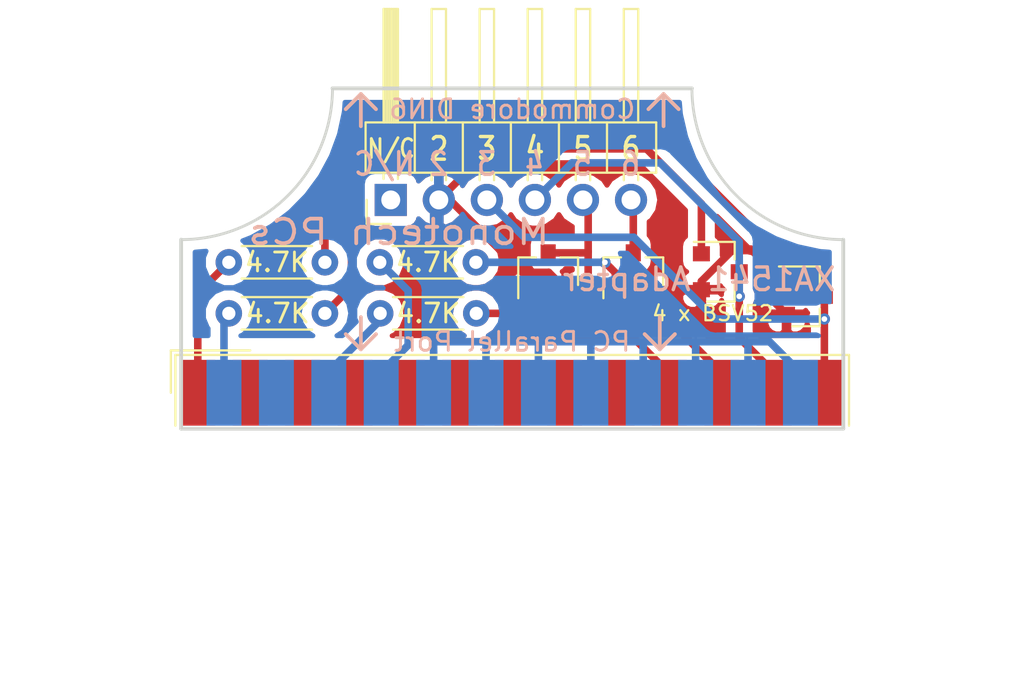
<source format=kicad_pcb>
(kicad_pcb (version 20171130) (host pcbnew "(5.0.1)-3")

  (general
    (thickness 1.6)
    (drawings 26)
    (tracks 112)
    (zones 0)
    (modules 10)
    (nets 14)
  )

  (page A4)
  (title_block
    (title "XA1541 Parallel>CommodoreFloppy Converter Cable PCB")
    (date 2018-11-16)
    (comment 4 "Monotech PCs")
  )

  (layers
    (0 F.Cu signal)
    (31 B.Cu signal)
    (36 B.SilkS user)
    (37 F.SilkS user)
    (38 B.Mask user)
    (39 F.Mask user)
    (44 Edge.Cuts user)
    (45 Margin user)
    (46 B.CrtYd user hide)
    (47 F.CrtYd user hide)
    (48 B.Fab user hide)
    (49 F.Fab user hide)
  )

  (setup
    (last_trace_width 0.4)
    (trace_clearance 0.2)
    (zone_clearance 0.508)
    (zone_45_only no)
    (trace_min 0.127)
    (segment_width 0.2)
    (edge_width 0.15)
    (via_size 0.6)
    (via_drill 0.3)
    (via_min_size 0.6)
    (via_min_drill 0.3)
    (uvia_size 0.3)
    (uvia_drill 0.1)
    (uvias_allowed no)
    (uvia_min_size 0.2)
    (uvia_min_drill 0.1)
    (pcb_text_width 0.3)
    (pcb_text_size 1.5 1.5)
    (mod_edge_width 0.15)
    (mod_text_size 1 1)
    (mod_text_width 0.15)
    (pad_size 1.524 1.524)
    (pad_drill 0.762)
    (pad_to_mask_clearance 0.051)
    (solder_mask_min_width 0.25)
    (aux_axis_origin 0 0)
    (visible_elements 7FFFFFFF)
    (pcbplotparams
      (layerselection 0x010f0_ffffffff)
      (usegerberextensions true)
      (usegerberattributes false)
      (usegerberadvancedattributes false)
      (creategerberjobfile false)
      (excludeedgelayer true)
      (linewidth 0.100000)
      (plotframeref false)
      (viasonmask false)
      (mode 1)
      (useauxorigin false)
      (hpglpennumber 1)
      (hpglpenspeed 20)
      (hpglpendiameter 15.000000)
      (psnegative false)
      (psa4output false)
      (plotreference true)
      (plotvalue true)
      (plotinvisibletext false)
      (padsonsilk false)
      (subtractmaskfromsilk false)
      (outputformat 1)
      (mirror false)
      (drillshape 0)
      (scaleselection 1)
      (outputdirectory "gerber"))
  )

  (net 0 "")
  (net 1 "Net-(J1-Pad6)")
  (net 2 "Net-(J1-Pad5)")
  (net 3 "Net-(J1-Pad4)")
  (net 4 "Net-(J1-Pad3)")
  (net 5 GND)
  (net 6 "Net-(J2-Pad1)")
  (net 7 "Net-(J2-Pad14)")
  (net 8 "Net-(J2-Pad16)")
  (net 9 "Net-(J2-Pad17)")
  (net 10 "Net-(Q1-Pad1)")
  (net 11 "Net-(Q2-Pad1)")
  (net 12 "Net-(Q3-Pad1)")
  (net 13 "Net-(Q4-Pad1)")

  (net_class Default "This is the default net class."
    (clearance 0.2)
    (trace_width 0.4)
    (via_dia 0.6)
    (via_drill 0.3)
    (uvia_dia 0.3)
    (uvia_drill 0.1)
    (add_net GND)
    (add_net "Net-(J1-Pad3)")
    (add_net "Net-(J1-Pad4)")
    (add_net "Net-(J1-Pad5)")
    (add_net "Net-(J1-Pad6)")
    (add_net "Net-(J2-Pad1)")
    (add_net "Net-(J2-Pad14)")
    (add_net "Net-(J2-Pad16)")
    (add_net "Net-(J2-Pad17)")
    (add_net "Net-(Q1-Pad1)")
    (add_net "Net-(Q2-Pad1)")
    (add_net "Net-(Q3-Pad1)")
    (add_net "Net-(Q4-Pad1)")
  )

  (module Pin_Headers:Pin_Header_Angled_1x06_Pitch2.54mm (layer F.Cu) (tedit 5BED6CE2) (tstamp 5BEE7AC0)
    (at 223.88 131.5 90)
    (descr "Through hole angled pin header, 1x06, 2.54mm pitch, 6mm pin length, single row")
    (tags "Through hole angled pin header THT 1x06 2.54mm single row")
    (path /5BED6666)
    (fp_text reference J1 (at 4.385 -2.27 90) (layer F.Fab)
      (effects (font (size 1 1) (thickness 0.15)))
    )
    (fp_text value "Commodore Serial DIN6" (at 1.8 6.32 180) (layer F.Fab)
      (effects (font (size 1 1) (thickness 0.15)))
    )
    (fp_text user %R (at 2.77 6.35 180) (layer F.Fab)
      (effects (font (size 1 1) (thickness 0.15)))
    )
    (fp_line (start 10.55 -1.8) (end -1.8 -1.8) (layer F.CrtYd) (width 0.05))
    (fp_line (start 10.55 14.5) (end 10.55 -1.8) (layer F.CrtYd) (width 0.05))
    (fp_line (start -1.8 14.5) (end 10.55 14.5) (layer F.CrtYd) (width 0.05))
    (fp_line (start -1.8 -1.8) (end -1.8 14.5) (layer F.CrtYd) (width 0.05))
    (fp_line (start -1.27 -1.27) (end 0 -1.27) (layer F.SilkS) (width 0.12))
    (fp_line (start -1.27 0) (end -1.27 -1.27) (layer F.SilkS) (width 0.12))
    (fp_line (start 1.042929 13.08) (end 1.44 13.08) (layer F.SilkS) (width 0.12))
    (fp_line (start 1.042929 12.32) (end 1.44 12.32) (layer F.SilkS) (width 0.12))
    (fp_line (start 10.1 13.08) (end 4.1 13.08) (layer F.SilkS) (width 0.12))
    (fp_line (start 10.1 12.32) (end 10.1 13.08) (layer F.SilkS) (width 0.12))
    (fp_line (start 4.1 12.32) (end 10.1 12.32) (layer F.SilkS) (width 0.12))
    (fp_line (start 1.44 11.43) (end 4.1 11.43) (layer F.SilkS) (width 0.12))
    (fp_line (start 1.042929 10.54) (end 1.44 10.54) (layer F.SilkS) (width 0.12))
    (fp_line (start 1.042929 9.78) (end 1.44 9.78) (layer F.SilkS) (width 0.12))
    (fp_line (start 10.1 10.54) (end 4.1 10.54) (layer F.SilkS) (width 0.12))
    (fp_line (start 10.1 9.78) (end 10.1 10.54) (layer F.SilkS) (width 0.12))
    (fp_line (start 4.1 9.78) (end 10.1 9.78) (layer F.SilkS) (width 0.12))
    (fp_line (start 1.44 8.89) (end 4.1 8.89) (layer F.SilkS) (width 0.12))
    (fp_line (start 1.042929 8) (end 1.44 8) (layer F.SilkS) (width 0.12))
    (fp_line (start 1.042929 7.24) (end 1.44 7.24) (layer F.SilkS) (width 0.12))
    (fp_line (start 10.1 8) (end 4.1 8) (layer F.SilkS) (width 0.12))
    (fp_line (start 10.1 7.24) (end 10.1 8) (layer F.SilkS) (width 0.12))
    (fp_line (start 4.1 7.24) (end 10.1 7.24) (layer F.SilkS) (width 0.12))
    (fp_line (start 1.44 6.35) (end 4.1 6.35) (layer F.SilkS) (width 0.12))
    (fp_line (start 1.042929 5.46) (end 1.44 5.46) (layer F.SilkS) (width 0.12))
    (fp_line (start 1.042929 4.7) (end 1.44 4.7) (layer F.SilkS) (width 0.12))
    (fp_line (start 10.1 5.46) (end 4.1 5.46) (layer F.SilkS) (width 0.12))
    (fp_line (start 10.1 4.7) (end 10.1 5.46) (layer F.SilkS) (width 0.12))
    (fp_line (start 4.1 4.7) (end 10.1 4.7) (layer F.SilkS) (width 0.12))
    (fp_line (start 1.44 3.81) (end 4.1 3.81) (layer F.SilkS) (width 0.12))
    (fp_line (start 1.042929 2.92) (end 1.44 2.92) (layer F.SilkS) (width 0.12))
    (fp_line (start 1.042929 2.16) (end 1.44 2.16) (layer F.SilkS) (width 0.12))
    (fp_line (start 10.1 2.92) (end 4.1 2.92) (layer F.SilkS) (width 0.12))
    (fp_line (start 10.1 2.16) (end 10.1 2.92) (layer F.SilkS) (width 0.12))
    (fp_line (start 4.1 2.16) (end 10.1 2.16) (layer F.SilkS) (width 0.12))
    (fp_line (start 1.44 1.27) (end 4.1 1.27) (layer F.SilkS) (width 0.12))
    (fp_line (start 1.11 0.38) (end 1.44 0.38) (layer F.SilkS) (width 0.12))
    (fp_line (start 1.11 -0.38) (end 1.44 -0.38) (layer F.SilkS) (width 0.12))
    (fp_line (start 4.1 0.28) (end 10.1 0.28) (layer F.SilkS) (width 0.12))
    (fp_line (start 4.1 0.16) (end 10.1 0.16) (layer F.SilkS) (width 0.12))
    (fp_line (start 4.1 0.04) (end 10.1 0.04) (layer F.SilkS) (width 0.12))
    (fp_line (start 4.1 -0.08) (end 10.1 -0.08) (layer F.SilkS) (width 0.12))
    (fp_line (start 4.1 -0.2) (end 10.1 -0.2) (layer F.SilkS) (width 0.12))
    (fp_line (start 4.1 -0.32) (end 10.1 -0.32) (layer F.SilkS) (width 0.12))
    (fp_line (start 10.1 0.38) (end 4.1 0.38) (layer F.SilkS) (width 0.12))
    (fp_line (start 10.1 -0.38) (end 10.1 0.38) (layer F.SilkS) (width 0.12))
    (fp_line (start 4.1 -0.38) (end 10.1 -0.38) (layer F.SilkS) (width 0.12))
    (fp_line (start 4.1 -1.33) (end 1.44 -1.33) (layer F.SilkS) (width 0.12))
    (fp_line (start 4.1 14.03) (end 4.1 -1.33) (layer F.SilkS) (width 0.12))
    (fp_line (start 1.44 14.03) (end 4.1 14.03) (layer F.SilkS) (width 0.12))
    (fp_line (start 1.44 -1.33) (end 1.44 14.03) (layer F.SilkS) (width 0.12))
    (fp_line (start 4.04 13.02) (end 10.04 13.02) (layer F.Fab) (width 0.1))
    (fp_line (start 10.04 12.38) (end 10.04 13.02) (layer F.Fab) (width 0.1))
    (fp_line (start 4.04 12.38) (end 10.04 12.38) (layer F.Fab) (width 0.1))
    (fp_line (start -0.32 13.02) (end 1.5 13.02) (layer F.Fab) (width 0.1))
    (fp_line (start -0.32 12.38) (end -0.32 13.02) (layer F.Fab) (width 0.1))
    (fp_line (start -0.32 12.38) (end 1.5 12.38) (layer F.Fab) (width 0.1))
    (fp_line (start 4.04 10.48) (end 10.04 10.48) (layer F.Fab) (width 0.1))
    (fp_line (start 10.04 9.84) (end 10.04 10.48) (layer F.Fab) (width 0.1))
    (fp_line (start 4.04 9.84) (end 10.04 9.84) (layer F.Fab) (width 0.1))
    (fp_line (start -0.32 10.48) (end 1.5 10.48) (layer F.Fab) (width 0.1))
    (fp_line (start -0.32 9.84) (end -0.32 10.48) (layer F.Fab) (width 0.1))
    (fp_line (start -0.32 9.84) (end 1.5 9.84) (layer F.Fab) (width 0.1))
    (fp_line (start 4.04 7.94) (end 10.04 7.94) (layer F.Fab) (width 0.1))
    (fp_line (start 10.04 7.3) (end 10.04 7.94) (layer F.Fab) (width 0.1))
    (fp_line (start 4.04 7.3) (end 10.04 7.3) (layer F.Fab) (width 0.1))
    (fp_line (start -0.32 7.94) (end 1.5 7.94) (layer F.Fab) (width 0.1))
    (fp_line (start -0.32 7.3) (end -0.32 7.94) (layer F.Fab) (width 0.1))
    (fp_line (start -0.32 7.3) (end 1.5 7.3) (layer F.Fab) (width 0.1))
    (fp_line (start 4.04 5.4) (end 10.04 5.4) (layer F.Fab) (width 0.1))
    (fp_line (start 10.04 4.76) (end 10.04 5.4) (layer F.Fab) (width 0.1))
    (fp_line (start 4.04 4.76) (end 10.04 4.76) (layer F.Fab) (width 0.1))
    (fp_line (start -0.32 5.4) (end 1.5 5.4) (layer F.Fab) (width 0.1))
    (fp_line (start -0.32 4.76) (end -0.32 5.4) (layer F.Fab) (width 0.1))
    (fp_line (start -0.32 4.76) (end 1.5 4.76) (layer F.Fab) (width 0.1))
    (fp_line (start 4.04 2.86) (end 10.04 2.86) (layer F.Fab) (width 0.1))
    (fp_line (start 10.04 2.22) (end 10.04 2.86) (layer F.Fab) (width 0.1))
    (fp_line (start 4.04 2.22) (end 10.04 2.22) (layer F.Fab) (width 0.1))
    (fp_line (start -0.32 2.86) (end 1.5 2.86) (layer F.Fab) (width 0.1))
    (fp_line (start -0.32 2.22) (end -0.32 2.86) (layer F.Fab) (width 0.1))
    (fp_line (start -0.32 2.22) (end 1.5 2.22) (layer F.Fab) (width 0.1))
    (fp_line (start 4.04 0.32) (end 10.04 0.32) (layer F.Fab) (width 0.1))
    (fp_line (start 10.04 -0.32) (end 10.04 0.32) (layer F.Fab) (width 0.1))
    (fp_line (start 4.04 -0.32) (end 10.04 -0.32) (layer F.Fab) (width 0.1))
    (fp_line (start -0.32 0.32) (end 1.5 0.32) (layer F.Fab) (width 0.1))
    (fp_line (start -0.32 -0.32) (end -0.32 0.32) (layer F.Fab) (width 0.1))
    (fp_line (start -0.32 -0.32) (end 1.5 -0.32) (layer F.Fab) (width 0.1))
    (fp_line (start 1.5 -0.635) (end 2.135 -1.27) (layer F.Fab) (width 0.1))
    (fp_line (start 1.5 13.97) (end 1.5 -0.635) (layer F.Fab) (width 0.1))
    (fp_line (start 4.04 13.97) (end 1.5 13.97) (layer F.Fab) (width 0.1))
    (fp_line (start 4.04 -1.27) (end 4.04 13.97) (layer F.Fab) (width 0.1))
    (fp_line (start 2.135 -1.27) (end 4.04 -1.27) (layer F.Fab) (width 0.1))
    (pad 6 thru_hole oval (at 0 12.7 90) (size 1.7 1.7) (drill 1) (layers *.Cu *.Mask)
      (net 1 "Net-(J1-Pad6)"))
    (pad 5 thru_hole oval (at 0 10.16 90) (size 1.7 1.7) (drill 1) (layers *.Cu *.Mask)
      (net 2 "Net-(J1-Pad5)"))
    (pad 4 thru_hole oval (at 0 7.62 90) (size 1.7 1.7) (drill 1) (layers *.Cu *.Mask)
      (net 3 "Net-(J1-Pad4)"))
    (pad 3 thru_hole oval (at 0 5.08 90) (size 1.7 1.7) (drill 1) (layers *.Cu *.Mask)
      (net 4 "Net-(J1-Pad3)"))
    (pad 2 thru_hole oval (at 0 2.54 90) (size 1.7 1.7) (drill 1) (layers *.Cu *.Mask)
      (net 5 GND))
    (pad 1 thru_hole rect (at 0 0 90) (size 1.7 1.7) (drill 1) (layers *.Cu *.Mask))
    (model ${KISYS3DMOD}/Pin_Headers.3dshapes/Pin_Header_Angled_1x06_Pitch2.54mm.wrl
      (at (xyz 0 0 0))
      (scale (xyz 1 1 1))
      (rotate (xyz 0 0 0))
    )
  )

  (module Connector_Dsub:DSUB-25_Male_EdgeMount_P2.77mm (layer F.Cu) (tedit 5BED6CFC) (tstamp 5BEE58D7)
    (at 230.3 141.7)
    (descr "25-pin D-Sub connector, solder-cups edge-mounted, male, x-pin-pitch 2.77mm, distance of mounting holes 47.1mm, see https://disti-assets.s3.amazonaws.com/tonar/files/datasheets/16730.pdf")
    (tags "25-pin D-Sub connector edge mount solder cup male x-pin-pitch 2.77mm mounting holes distance 47.1mm")
    (path /5BED6159)
    (attr smd)
    (fp_text reference J2 (at -20.543333 0) (layer F.Fab)
      (effects (font (size 1 1) (thickness 0.15)))
    )
    (fp_text value "PC Parallel Port" (at 0 16.69) (layer F.Fab)
      (effects (font (size 1 1) (thickness 0.15)))
    )
    (fp_line (start -17.22 -0.91) (end -17.22 1.99) (layer F.Fab) (width 0.1))
    (fp_line (start -17.22 1.99) (end -16.02 1.99) (layer F.Fab) (width 0.1))
    (fp_line (start -16.02 1.99) (end -16.02 -0.91) (layer F.Fab) (width 0.1))
    (fp_line (start -16.02 -0.91) (end -17.22 -0.91) (layer F.Fab) (width 0.1))
    (fp_line (start -14.45 -0.91) (end -14.45 1.99) (layer F.Fab) (width 0.1))
    (fp_line (start -14.45 1.99) (end -13.25 1.99) (layer F.Fab) (width 0.1))
    (fp_line (start -13.25 1.99) (end -13.25 -0.91) (layer F.Fab) (width 0.1))
    (fp_line (start -13.25 -0.91) (end -14.45 -0.91) (layer F.Fab) (width 0.1))
    (fp_line (start -11.68 -0.91) (end -11.68 1.99) (layer F.Fab) (width 0.1))
    (fp_line (start -11.68 1.99) (end -10.48 1.99) (layer F.Fab) (width 0.1))
    (fp_line (start -10.48 1.99) (end -10.48 -0.91) (layer F.Fab) (width 0.1))
    (fp_line (start -10.48 -0.91) (end -11.68 -0.91) (layer F.Fab) (width 0.1))
    (fp_line (start -8.91 -0.91) (end -8.91 1.99) (layer F.Fab) (width 0.1))
    (fp_line (start -8.91 1.99) (end -7.71 1.99) (layer F.Fab) (width 0.1))
    (fp_line (start -7.71 1.99) (end -7.71 -0.91) (layer F.Fab) (width 0.1))
    (fp_line (start -7.71 -0.91) (end -8.91 -0.91) (layer F.Fab) (width 0.1))
    (fp_line (start -6.14 -0.91) (end -6.14 1.99) (layer F.Fab) (width 0.1))
    (fp_line (start -6.14 1.99) (end -4.94 1.99) (layer F.Fab) (width 0.1))
    (fp_line (start -4.94 1.99) (end -4.94 -0.91) (layer F.Fab) (width 0.1))
    (fp_line (start -4.94 -0.91) (end -6.14 -0.91) (layer F.Fab) (width 0.1))
    (fp_line (start -3.37 -0.91) (end -3.37 1.99) (layer F.Fab) (width 0.1))
    (fp_line (start -3.37 1.99) (end -2.17 1.99) (layer F.Fab) (width 0.1))
    (fp_line (start -2.17 1.99) (end -2.17 -0.91) (layer F.Fab) (width 0.1))
    (fp_line (start -2.17 -0.91) (end -3.37 -0.91) (layer F.Fab) (width 0.1))
    (fp_line (start -0.6 -0.91) (end -0.6 1.99) (layer F.Fab) (width 0.1))
    (fp_line (start -0.6 1.99) (end 0.6 1.99) (layer F.Fab) (width 0.1))
    (fp_line (start 0.6 1.99) (end 0.6 -0.91) (layer F.Fab) (width 0.1))
    (fp_line (start 0.6 -0.91) (end -0.6 -0.91) (layer F.Fab) (width 0.1))
    (fp_line (start 2.17 -0.91) (end 2.17 1.99) (layer F.Fab) (width 0.1))
    (fp_line (start 2.17 1.99) (end 3.37 1.99) (layer F.Fab) (width 0.1))
    (fp_line (start 3.37 1.99) (end 3.37 -0.91) (layer F.Fab) (width 0.1))
    (fp_line (start 3.37 -0.91) (end 2.17 -0.91) (layer F.Fab) (width 0.1))
    (fp_line (start 4.94 -0.91) (end 4.94 1.99) (layer F.Fab) (width 0.1))
    (fp_line (start 4.94 1.99) (end 6.14 1.99) (layer F.Fab) (width 0.1))
    (fp_line (start 6.14 1.99) (end 6.14 -0.91) (layer F.Fab) (width 0.1))
    (fp_line (start 6.14 -0.91) (end 4.94 -0.91) (layer F.Fab) (width 0.1))
    (fp_line (start 7.71 -0.91) (end 7.71 1.99) (layer F.Fab) (width 0.1))
    (fp_line (start 7.71 1.99) (end 8.91 1.99) (layer F.Fab) (width 0.1))
    (fp_line (start 8.91 1.99) (end 8.91 -0.91) (layer F.Fab) (width 0.1))
    (fp_line (start 8.91 -0.91) (end 7.71 -0.91) (layer F.Fab) (width 0.1))
    (fp_line (start 10.48 -0.91) (end 10.48 1.99) (layer F.Fab) (width 0.1))
    (fp_line (start 10.48 1.99) (end 11.68 1.99) (layer F.Fab) (width 0.1))
    (fp_line (start 11.68 1.99) (end 11.68 -0.91) (layer F.Fab) (width 0.1))
    (fp_line (start 11.68 -0.91) (end 10.48 -0.91) (layer F.Fab) (width 0.1))
    (fp_line (start 13.25 -0.91) (end 13.25 1.99) (layer F.Fab) (width 0.1))
    (fp_line (start 13.25 1.99) (end 14.45 1.99) (layer F.Fab) (width 0.1))
    (fp_line (start 14.45 1.99) (end 14.45 -0.91) (layer F.Fab) (width 0.1))
    (fp_line (start 14.45 -0.91) (end 13.25 -0.91) (layer F.Fab) (width 0.1))
    (fp_line (start 16.02 -0.91) (end 16.02 1.99) (layer F.Fab) (width 0.1))
    (fp_line (start 16.02 1.99) (end 17.22 1.99) (layer F.Fab) (width 0.1))
    (fp_line (start 17.22 1.99) (end 17.22 -0.91) (layer F.Fab) (width 0.1))
    (fp_line (start 17.22 -0.91) (end 16.02 -0.91) (layer F.Fab) (width 0.1))
    (fp_line (start -15.835 -0.91) (end -15.835 1.99) (layer B.Fab) (width 0.1))
    (fp_line (start -15.835 1.99) (end -14.635 1.99) (layer B.Fab) (width 0.1))
    (fp_line (start -14.635 1.99) (end -14.635 -0.91) (layer B.Fab) (width 0.1))
    (fp_line (start -14.635 -0.91) (end -15.835 -0.91) (layer B.Fab) (width 0.1))
    (fp_line (start -13.065 -0.91) (end -13.065 1.99) (layer B.Fab) (width 0.1))
    (fp_line (start -13.065 1.99) (end -11.865 1.99) (layer B.Fab) (width 0.1))
    (fp_line (start -11.865 1.99) (end -11.865 -0.91) (layer B.Fab) (width 0.1))
    (fp_line (start -11.865 -0.91) (end -13.065 -0.91) (layer B.Fab) (width 0.1))
    (fp_line (start -10.295 -0.91) (end -10.295 1.99) (layer B.Fab) (width 0.1))
    (fp_line (start -10.295 1.99) (end -9.095 1.99) (layer B.Fab) (width 0.1))
    (fp_line (start -9.095 1.99) (end -9.095 -0.91) (layer B.Fab) (width 0.1))
    (fp_line (start -9.095 -0.91) (end -10.295 -0.91) (layer B.Fab) (width 0.1))
    (fp_line (start -7.525 -0.91) (end -7.525 1.99) (layer B.Fab) (width 0.1))
    (fp_line (start -7.525 1.99) (end -6.325 1.99) (layer B.Fab) (width 0.1))
    (fp_line (start -6.325 1.99) (end -6.325 -0.91) (layer B.Fab) (width 0.1))
    (fp_line (start -6.325 -0.91) (end -7.525 -0.91) (layer B.Fab) (width 0.1))
    (fp_line (start -4.755 -0.91) (end -4.755 1.99) (layer B.Fab) (width 0.1))
    (fp_line (start -4.755 1.99) (end -3.555 1.99) (layer B.Fab) (width 0.1))
    (fp_line (start -3.555 1.99) (end -3.555 -0.91) (layer B.Fab) (width 0.1))
    (fp_line (start -3.555 -0.91) (end -4.755 -0.91) (layer B.Fab) (width 0.1))
    (fp_line (start -1.985 -0.91) (end -1.985 1.99) (layer B.Fab) (width 0.1))
    (fp_line (start -1.985 1.99) (end -0.785 1.99) (layer B.Fab) (width 0.1))
    (fp_line (start -0.785 1.99) (end -0.785 -0.91) (layer B.Fab) (width 0.1))
    (fp_line (start -0.785 -0.91) (end -1.985 -0.91) (layer B.Fab) (width 0.1))
    (fp_line (start 0.785 -0.91) (end 0.785 1.99) (layer B.Fab) (width 0.1))
    (fp_line (start 0.785 1.99) (end 1.985 1.99) (layer B.Fab) (width 0.1))
    (fp_line (start 1.985 1.99) (end 1.985 -0.91) (layer B.Fab) (width 0.1))
    (fp_line (start 1.985 -0.91) (end 0.785 -0.91) (layer B.Fab) (width 0.1))
    (fp_line (start 3.555 -0.91) (end 3.555 1.99) (layer B.Fab) (width 0.1))
    (fp_line (start 3.555 1.99) (end 4.755 1.99) (layer B.Fab) (width 0.1))
    (fp_line (start 4.755 1.99) (end 4.755 -0.91) (layer B.Fab) (width 0.1))
    (fp_line (start 4.755 -0.91) (end 3.555 -0.91) (layer B.Fab) (width 0.1))
    (fp_line (start 6.325 -0.91) (end 6.325 1.99) (layer B.Fab) (width 0.1))
    (fp_line (start 6.325 1.99) (end 7.525 1.99) (layer B.Fab) (width 0.1))
    (fp_line (start 7.525 1.99) (end 7.525 -0.91) (layer B.Fab) (width 0.1))
    (fp_line (start 7.525 -0.91) (end 6.325 -0.91) (layer B.Fab) (width 0.1))
    (fp_line (start 9.095 -0.91) (end 9.095 1.99) (layer B.Fab) (width 0.1))
    (fp_line (start 9.095 1.99) (end 10.295 1.99) (layer B.Fab) (width 0.1))
    (fp_line (start 10.295 1.99) (end 10.295 -0.91) (layer B.Fab) (width 0.1))
    (fp_line (start 10.295 -0.91) (end 9.095 -0.91) (layer B.Fab) (width 0.1))
    (fp_line (start 11.865 -0.91) (end 11.865 1.99) (layer B.Fab) (width 0.1))
    (fp_line (start 11.865 1.99) (end 13.065 1.99) (layer B.Fab) (width 0.1))
    (fp_line (start 13.065 1.99) (end 13.065 -0.91) (layer B.Fab) (width 0.1))
    (fp_line (start 13.065 -0.91) (end 11.865 -0.91) (layer B.Fab) (width 0.1))
    (fp_line (start 14.635 -0.91) (end 14.635 1.99) (layer B.Fab) (width 0.1))
    (fp_line (start 14.635 1.99) (end 15.835 1.99) (layer B.Fab) (width 0.1))
    (fp_line (start 15.835 1.99) (end 15.835 -0.91) (layer B.Fab) (width 0.1))
    (fp_line (start 15.835 -0.91) (end 14.635 -0.91) (layer B.Fab) (width 0.1))
    (fp_line (start -18.55 1.99) (end -18.55 4.79) (layer F.Fab) (width 0.1))
    (fp_line (start -18.55 4.79) (end 18.55 4.79) (layer F.Fab) (width 0.1))
    (fp_line (start 18.55 4.79) (end 18.55 1.99) (layer F.Fab) (width 0.1))
    (fp_line (start 18.55 1.99) (end -18.55 1.99) (layer F.Fab) (width 0.1))
    (fp_line (start -19.55 4.79) (end -19.55 9.29) (layer F.Fab) (width 0.1))
    (fp_line (start -19.55 9.29) (end 19.55 9.29) (layer F.Fab) (width 0.1))
    (fp_line (start 19.55 9.29) (end 19.55 4.79) (layer F.Fab) (width 0.1))
    (fp_line (start 19.55 4.79) (end -19.55 4.79) (layer F.Fab) (width 0.1))
    (fp_line (start -26.55 9.29) (end -26.55 9.69) (layer F.Fab) (width 0.1))
    (fp_line (start -26.55 9.69) (end 26.55 9.69) (layer F.Fab) (width 0.1))
    (fp_line (start 26.55 9.69) (end 26.55 9.29) (layer F.Fab) (width 0.1))
    (fp_line (start 26.55 9.29) (end -26.55 9.29) (layer F.Fab) (width 0.1))
    (fp_line (start -19.15 9.69) (end -19.15 15.69) (layer F.Fab) (width 0.1))
    (fp_line (start -19.15 15.69) (end 19.15 15.69) (layer F.Fab) (width 0.1))
    (fp_line (start 19.15 15.69) (end 19.15 9.69) (layer F.Fab) (width 0.1))
    (fp_line (start 19.15 9.69) (end -19.15 9.69) (layer F.Fab) (width 0.1))
    (fp_line (start -18.05 -2.25) (end 18.05 -2.25) (layer F.CrtYd) (width 0.05))
    (fp_line (start 18.05 -2.25) (end 18.05 1.5) (layer F.CrtYd) (width 0.05))
    (fp_line (start 18.05 1.5) (end 19.05 1.5) (layer F.CrtYd) (width 0.05))
    (fp_line (start 19.05 1.5) (end 19.05 4.3) (layer F.CrtYd) (width 0.05))
    (fp_line (start 19.05 4.3) (end 20.05 4.3) (layer F.CrtYd) (width 0.05))
    (fp_line (start 20.05 4.3) (end 20.05 8.8) (layer F.CrtYd) (width 0.05))
    (fp_line (start 20.05 8.8) (end 27.05 8.8) (layer F.CrtYd) (width 0.05))
    (fp_line (start 27.05 8.8) (end 27.05 10.2) (layer F.CrtYd) (width 0.05))
    (fp_line (start 27.05 10.2) (end 19.65 10.2) (layer F.CrtYd) (width 0.05))
    (fp_line (start 19.65 10.2) (end 19.65 16.2) (layer F.CrtYd) (width 0.05))
    (fp_line (start 19.65 16.2) (end -19.65 16.2) (layer F.CrtYd) (width 0.05))
    (fp_line (start -19.65 16.2) (end -19.65 10.2) (layer F.CrtYd) (width 0.05))
    (fp_line (start -19.65 10.2) (end -27.05 10.2) (layer F.CrtYd) (width 0.05))
    (fp_line (start -27.05 10.2) (end -27.05 8.8) (layer F.CrtYd) (width 0.05))
    (fp_line (start -27.05 8.8) (end -20.05 8.8) (layer F.CrtYd) (width 0.05))
    (fp_line (start -20.05 8.8) (end -20.05 4.3) (layer F.CrtYd) (width 0.05))
    (fp_line (start -20.05 4.3) (end -19.05 4.3) (layer F.CrtYd) (width 0.05))
    (fp_line (start -19.05 4.3) (end -19.05 1.5) (layer F.CrtYd) (width 0.05))
    (fp_line (start -19.05 1.5) (end -18.05 1.5) (layer F.CrtYd) (width 0.05))
    (fp_line (start -18.05 1.5) (end -18.05 -2.25) (layer F.CrtYd) (width 0.05))
    (fp_line (start 17.803333 1.74) (end 17.803333 -2) (layer F.SilkS) (width 0.12))
    (fp_line (start 17.803333 -2) (end -17.803333 -2) (layer F.SilkS) (width 0.12))
    (fp_line (start -17.803333 -2) (end -17.803333 1.74) (layer F.SilkS) (width 0.12))
    (fp_line (start -18.043333 0) (end -18.043333 -2.24) (layer F.SilkS) (width 0.12))
    (fp_line (start -18.043333 -2.24) (end -13.85 -2.24) (layer F.SilkS) (width 0.12))
    (fp_line (start -26.55 1.99) (end 26.55 1.99) (layer Dwgs.User) (width 0.05))
    (fp_text user %R (at 0 3.39) (layer F.Fab)
      (effects (font (size 1 1) (thickness 0.15)))
    )
    (fp_text user "PCB edge" (at -21.55 1.323333) (layer Dwgs.User)
      (effects (font (size 0.5 0.5) (thickness 0.075)))
    )
    (pad 1 smd rect (at -16.62 0) (size 1.846667 3.48) (layers F.Cu F.Paste F.Mask)
      (net 6 "Net-(J2-Pad1)"))
    (pad 2 smd rect (at -13.85 0) (size 1.846667 3.48) (layers F.Cu F.Paste F.Mask))
    (pad 3 smd rect (at -11.08 0) (size 1.846667 3.48) (layers F.Cu F.Paste F.Mask))
    (pad 4 smd rect (at -8.31 0) (size 1.846667 3.48) (layers F.Cu F.Paste F.Mask))
    (pad 5 smd rect (at -5.54 0) (size 1.846667 3.48) (layers F.Cu F.Paste F.Mask))
    (pad 6 smd rect (at -2.77 0) (size 1.846667 3.48) (layers F.Cu F.Paste F.Mask))
    (pad 7 smd rect (at 0 0) (size 1.846667 3.48) (layers F.Cu F.Paste F.Mask))
    (pad 8 smd rect (at 2.77 0) (size 1.846667 3.48) (layers F.Cu F.Paste F.Mask))
    (pad 9 smd rect (at 5.54 0) (size 1.846667 3.48) (layers F.Cu F.Paste F.Mask))
    (pad 10 smd rect (at 8.31 0) (size 1.846667 3.48) (layers F.Cu F.Paste F.Mask)
      (net 2 "Net-(J1-Pad5)"))
    (pad 11 smd rect (at 11.08 0) (size 1.846667 3.48) (layers F.Cu F.Paste F.Mask)
      (net 1 "Net-(J1-Pad6)"))
    (pad 12 smd rect (at 13.85 0) (size 1.846667 3.48) (layers F.Cu F.Paste F.Mask)
      (net 3 "Net-(J1-Pad4)"))
    (pad 13 smd rect (at 16.62 0) (size 1.846667 3.48) (layers F.Cu F.Paste F.Mask)
      (net 4 "Net-(J1-Pad3)"))
    (pad 14 smd rect (at -15.235 0) (size 1.846667 3.48) (layers B.Cu B.Paste B.Mask)
      (net 7 "Net-(J2-Pad14)"))
    (pad 15 smd rect (at -12.465 0) (size 1.846667 3.48) (layers B.Cu B.Paste B.Mask))
    (pad 16 smd rect (at -9.695 0) (size 1.846667 3.48) (layers B.Cu B.Paste B.Mask)
      (net 8 "Net-(J2-Pad16)"))
    (pad 17 smd rect (at -6.925 0) (size 1.846667 3.48) (layers B.Cu B.Paste B.Mask)
      (net 9 "Net-(J2-Pad17)"))
    (pad 18 smd rect (at -4.155 0) (size 1.846667 3.48) (layers B.Cu B.Paste B.Mask)
      (net 5 GND))
    (pad 19 smd rect (at -1.385 0) (size 1.846667 3.48) (layers B.Cu B.Paste B.Mask)
      (net 5 GND))
    (pad 20 smd rect (at 1.385 0) (size 1.846667 3.48) (layers B.Cu B.Paste B.Mask)
      (net 5 GND))
    (pad 21 smd rect (at 4.155 0) (size 1.846667 3.48) (layers B.Cu B.Paste B.Mask)
      (net 5 GND))
    (pad 22 smd rect (at 6.925 0) (size 1.846667 3.48) (layers B.Cu B.Paste B.Mask)
      (net 5 GND))
    (pad 23 smd rect (at 9.695 0) (size 1.846667 3.48) (layers B.Cu B.Paste B.Mask)
      (net 5 GND))
    (pad 24 smd rect (at 12.465 0) (size 1.846667 3.48) (layers B.Cu B.Paste B.Mask)
      (net 5 GND))
    (pad 25 smd rect (at 15.235 0) (size 1.846667 3.48) (layers B.Cu B.Paste B.Mask)
      (net 5 GND))
    (model ${KISYS3DMOD}/Connector_Dsub.3dshapes/DSUB-25_Male_EdgeMount_P2.77mm.wrl
      (at (xyz 0 0 0))
      (scale (xyz 1 1 1))
      (rotate (xyz 0 0 0))
    )
  )

  (module TO_SOT_Packages_SMD:SOT-23 (layer F.Cu) (tedit 5BED6CBB) (tstamp 5BEE7BA0)
    (at 245.8 136.6)
    (descr "SOT-23, Standard")
    (tags SOT-23)
    (path /5BEE1A90)
    (attr smd)
    (fp_text reference Q1 (at 0 -2.5) (layer F.Fab)
      (effects (font (size 1 1) (thickness 0.15)))
    )
    (fp_text value BSV52 (at 0 2.5) (layer F.Fab)
      (effects (font (size 1 1) (thickness 0.15)))
    )
    (fp_line (start 0.76 1.58) (end -0.7 1.58) (layer F.SilkS) (width 0.12))
    (fp_line (start 0.76 -1.58) (end -1.4 -1.58) (layer F.SilkS) (width 0.12))
    (fp_line (start -1.7 1.75) (end -1.7 -1.75) (layer F.CrtYd) (width 0.05))
    (fp_line (start 1.7 1.75) (end -1.7 1.75) (layer F.CrtYd) (width 0.05))
    (fp_line (start 1.7 -1.75) (end 1.7 1.75) (layer F.CrtYd) (width 0.05))
    (fp_line (start -1.7 -1.75) (end 1.7 -1.75) (layer F.CrtYd) (width 0.05))
    (fp_line (start 0.76 -1.58) (end 0.76 -0.65) (layer F.SilkS) (width 0.12))
    (fp_line (start 0.76 1.58) (end 0.76 0.65) (layer F.SilkS) (width 0.12))
    (fp_line (start -0.7 1.52) (end 0.7 1.52) (layer F.Fab) (width 0.1))
    (fp_line (start 0.7 -1.52) (end 0.7 1.52) (layer F.Fab) (width 0.1))
    (fp_line (start -0.7 -0.95) (end -0.15 -1.52) (layer F.Fab) (width 0.1))
    (fp_line (start -0.15 -1.52) (end 0.7 -1.52) (layer F.Fab) (width 0.1))
    (fp_line (start -0.7 -0.95) (end -0.7 1.5) (layer F.Fab) (width 0.1))
    (fp_text user %R (at 0 0 90) (layer F.Fab)
      (effects (font (size 0.5 0.5) (thickness 0.075)))
    )
    (pad 3 smd rect (at 1 0) (size 0.9 0.8) (layers F.Cu F.Paste F.Mask)
      (net 4 "Net-(J1-Pad3)"))
    (pad 2 smd rect (at -1 0.95) (size 0.9 0.8) (layers F.Cu F.Paste F.Mask)
      (net 5 GND))
    (pad 1 smd rect (at -1 -0.95) (size 0.9 0.8) (layers F.Cu F.Paste F.Mask)
      (net 10 "Net-(Q1-Pad1)"))
    (model ${KISYS3DMOD}/TO_SOT_Packages_SMD.3dshapes/SOT-23.wrl
      (at (xyz 0 0 0))
      (scale (xyz 1 1 1))
      (rotate (xyz 0 0 0))
    )
    (model ${KISYS3DMOD}/Package_TO_SOT_SMD.3dshapes/SOT-23.step
      (at (xyz 0 0 0))
      (scale (xyz 1 1 1))
      (rotate (xyz 0 0 0))
    )
  )

  (module TO_SOT_Packages_SMD:SOT-23 (layer F.Cu) (tedit 5BED6CB8) (tstamp 5BEE7C18)
    (at 241.3 135.3)
    (descr "SOT-23, Standard")
    (tags SOT-23)
    (path /5BEE1AAE)
    (attr smd)
    (fp_text reference Q2 (at 0 -2.5) (layer F.Fab)
      (effects (font (size 1 1) (thickness 0.15)))
    )
    (fp_text value BSV52 (at 0 2.5) (layer F.Fab)
      (effects (font (size 1 1) (thickness 0.15)))
    )
    (fp_text user %R (at 0 0 90) (layer F.Fab)
      (effects (font (size 0.5 0.5) (thickness 0.075)))
    )
    (fp_line (start -0.7 -0.95) (end -0.7 1.5) (layer F.Fab) (width 0.1))
    (fp_line (start -0.15 -1.52) (end 0.7 -1.52) (layer F.Fab) (width 0.1))
    (fp_line (start -0.7 -0.95) (end -0.15 -1.52) (layer F.Fab) (width 0.1))
    (fp_line (start 0.7 -1.52) (end 0.7 1.52) (layer F.Fab) (width 0.1))
    (fp_line (start -0.7 1.52) (end 0.7 1.52) (layer F.Fab) (width 0.1))
    (fp_line (start 0.76 1.58) (end 0.76 0.65) (layer F.SilkS) (width 0.12))
    (fp_line (start 0.76 -1.58) (end 0.76 -0.65) (layer F.SilkS) (width 0.12))
    (fp_line (start -1.7 -1.75) (end 1.7 -1.75) (layer F.CrtYd) (width 0.05))
    (fp_line (start 1.7 -1.75) (end 1.7 1.75) (layer F.CrtYd) (width 0.05))
    (fp_line (start 1.7 1.75) (end -1.7 1.75) (layer F.CrtYd) (width 0.05))
    (fp_line (start -1.7 1.75) (end -1.7 -1.75) (layer F.CrtYd) (width 0.05))
    (fp_line (start 0.76 -1.58) (end -1.4 -1.58) (layer F.SilkS) (width 0.12))
    (fp_line (start 0.76 1.58) (end -0.7 1.58) (layer F.SilkS) (width 0.12))
    (pad 1 smd rect (at -1 -0.95) (size 0.9 0.8) (layers F.Cu F.Paste F.Mask)
      (net 11 "Net-(Q2-Pad1)"))
    (pad 2 smd rect (at -1 0.95) (size 0.9 0.8) (layers F.Cu F.Paste F.Mask)
      (net 5 GND))
    (pad 3 smd rect (at 1 0) (size 0.9 0.8) (layers F.Cu F.Paste F.Mask)
      (net 3 "Net-(J1-Pad4)"))
    (model ${KISYS3DMOD}/TO_SOT_Packages_SMD.3dshapes/SOT-23.wrl
      (at (xyz 0 0 0))
      (scale (xyz 1 1 1))
      (rotate (xyz 0 0 0))
    )
    (model ${KISYS3DMOD}/Package_TO_SOT_SMD.3dshapes/SOT-23.step
      (at (xyz 0 0 0))
      (scale (xyz 1 1 1))
      (rotate (xyz 0 0 0))
    )
  )

  (module TO_SOT_Packages_SMD:SOT-23 (layer F.Cu) (tedit 5BED6CAD) (tstamp 5BEE7BDC)
    (at 232.2 135.3 90)
    (descr "SOT-23, Standard")
    (tags SOT-23)
    (path /5BED6207)
    (attr smd)
    (fp_text reference Q3 (at -2.5 -1.5 90) (layer F.Fab)
      (effects (font (size 1 1) (thickness 0.15)))
    )
    (fp_text value BSV52 (at 0 2.5 90) (layer F.Fab)
      (effects (font (size 1 1) (thickness 0.15)))
    )
    (fp_line (start 0.76 1.58) (end -0.7 1.58) (layer F.SilkS) (width 0.12))
    (fp_line (start 0.76 -1.58) (end -1.4 -1.58) (layer F.SilkS) (width 0.12))
    (fp_line (start -1.7 1.75) (end -1.7 -1.75) (layer F.CrtYd) (width 0.05))
    (fp_line (start 1.7 1.75) (end -1.7 1.75) (layer F.CrtYd) (width 0.05))
    (fp_line (start 1.7 -1.75) (end 1.7 1.75) (layer F.CrtYd) (width 0.05))
    (fp_line (start -1.7 -1.75) (end 1.7 -1.75) (layer F.CrtYd) (width 0.05))
    (fp_line (start 0.76 -1.58) (end 0.76 -0.65) (layer F.SilkS) (width 0.12))
    (fp_line (start 0.76 1.58) (end 0.76 0.65) (layer F.SilkS) (width 0.12))
    (fp_line (start -0.7 1.52) (end 0.7 1.52) (layer F.Fab) (width 0.1))
    (fp_line (start 0.7 -1.52) (end 0.7 1.52) (layer F.Fab) (width 0.1))
    (fp_line (start -0.7 -0.95) (end -0.15 -1.52) (layer F.Fab) (width 0.1))
    (fp_line (start -0.15 -1.52) (end 0.7 -1.52) (layer F.Fab) (width 0.1))
    (fp_line (start -0.7 -0.95) (end -0.7 1.5) (layer F.Fab) (width 0.1))
    (fp_text user %R (at 0 0 180) (layer F.Fab)
      (effects (font (size 0.5 0.5) (thickness 0.075)))
    )
    (pad 3 smd rect (at 1 0 90) (size 0.9 0.8) (layers F.Cu F.Paste F.Mask)
      (net 2 "Net-(J1-Pad5)"))
    (pad 2 smd rect (at -1 0.95 90) (size 0.9 0.8) (layers F.Cu F.Paste F.Mask)
      (net 5 GND))
    (pad 1 smd rect (at -1 -0.95 90) (size 0.9 0.8) (layers F.Cu F.Paste F.Mask)
      (net 12 "Net-(Q3-Pad1)"))
    (model ${KISYS3DMOD}/TO_SOT_Packages_SMD.3dshapes/SOT-23.wrl
      (at (xyz 0 0 0))
      (scale (xyz 1 1 1))
      (rotate (xyz 0 0 0))
    )
    (model ${KISYS3DMOD}/Package_TO_SOT_SMD.3dshapes/SOT-23.step
      (at (xyz 0 0 0))
      (scale (xyz 1 1 1))
      (rotate (xyz 0 0 0))
    )
  )

  (module TO_SOT_Packages_SMD:SOT-23 (layer F.Cu) (tedit 5BED6CB4) (tstamp 5BEE7A32)
    (at 236.7 135.3 90)
    (descr "SOT-23, Standard")
    (tags SOT-23)
    (path /5BED6D46)
    (attr smd)
    (fp_text reference Q4 (at -2.6 -1.2 90) (layer F.Fab)
      (effects (font (size 1 1) (thickness 0.15)))
    )
    (fp_text value BSV52 (at 0 2.5 90) (layer F.Fab)
      (effects (font (size 1 1) (thickness 0.15)))
    )
    (fp_text user %R (at 0 0 180) (layer F.Fab)
      (effects (font (size 0.5 0.5) (thickness 0.075)))
    )
    (fp_line (start -0.7 -0.95) (end -0.7 1.5) (layer F.Fab) (width 0.1))
    (fp_line (start -0.15 -1.52) (end 0.7 -1.52) (layer F.Fab) (width 0.1))
    (fp_line (start -0.7 -0.95) (end -0.15 -1.52) (layer F.Fab) (width 0.1))
    (fp_line (start 0.7 -1.52) (end 0.7 1.52) (layer F.Fab) (width 0.1))
    (fp_line (start -0.7 1.52) (end 0.7 1.52) (layer F.Fab) (width 0.1))
    (fp_line (start 0.76 1.58) (end 0.76 0.65) (layer F.SilkS) (width 0.12))
    (fp_line (start 0.76 -1.58) (end 0.76 -0.65) (layer F.SilkS) (width 0.12))
    (fp_line (start -1.7 -1.75) (end 1.7 -1.75) (layer F.CrtYd) (width 0.05))
    (fp_line (start 1.7 -1.75) (end 1.7 1.75) (layer F.CrtYd) (width 0.05))
    (fp_line (start 1.7 1.75) (end -1.7 1.75) (layer F.CrtYd) (width 0.05))
    (fp_line (start -1.7 1.75) (end -1.7 -1.75) (layer F.CrtYd) (width 0.05))
    (fp_line (start 0.76 -1.58) (end -1.4 -1.58) (layer F.SilkS) (width 0.12))
    (fp_line (start 0.76 1.58) (end -0.7 1.58) (layer F.SilkS) (width 0.12))
    (pad 1 smd rect (at -1 -0.95 90) (size 0.9 0.8) (layers F.Cu F.Paste F.Mask)
      (net 13 "Net-(Q4-Pad1)"))
    (pad 2 smd rect (at -1 0.95 90) (size 0.9 0.8) (layers F.Cu F.Paste F.Mask)
      (net 5 GND))
    (pad 3 smd rect (at 1 0 90) (size 0.9 0.8) (layers F.Cu F.Paste F.Mask)
      (net 1 "Net-(J1-Pad6)"))
    (model ${KISYS3DMOD}/TO_SOT_Packages_SMD.3dshapes/SOT-23.wrl
      (at (xyz 0 0 0))
      (scale (xyz 1 1 1))
      (rotate (xyz 0 0 0))
    )
    (model ${KISYS3DMOD}/Package_TO_SOT_SMD.3dshapes/SOT-23.step
      (at (xyz 0 0 0))
      (scale (xyz 1 1 1))
      (rotate (xyz 0 0 0))
    )
  )

  (module Resistors_THT:R_Axial_DIN0204_L3.6mm_D1.6mm_P5.08mm_Horizontal (layer F.Cu) (tedit 5BED6C97) (tstamp 5BEE79C9)
    (at 215.32 134.8)
    (descr "Resistor, Axial_DIN0204 series, Axial, Horizontal, pin pitch=5.08mm, 0.16666666666666666W = 1/6W, length*diameter=3.6*1.6mm^2, http://cdn-reichelt.de/documents/datenblatt/B400/1_4W%23YAG.pdf")
    (tags "Resistor Axial_DIN0204 series Axial Horizontal pin pitch 5.08mm 0.16666666666666666W = 1/6W length 3.6mm diameter 1.6mm")
    (path /5BEE1A96)
    (fp_text reference R1 (at 3.48 -1.6) (layer F.Fab)
      (effects (font (size 1 1) (thickness 0.15)))
    )
    (fp_text value 4.7K (at 2.54 0) (layer F.SilkS)
      (effects (font (size 1 1) (thickness 0.15)))
    )
    (fp_line (start 6.05 -1.15) (end -0.95 -1.15) (layer F.CrtYd) (width 0.05))
    (fp_line (start 6.05 1.15) (end 6.05 -1.15) (layer F.CrtYd) (width 0.05))
    (fp_line (start -0.95 1.15) (end 6.05 1.15) (layer F.CrtYd) (width 0.05))
    (fp_line (start -0.95 -1.15) (end -0.95 1.15) (layer F.CrtYd) (width 0.05))
    (fp_line (start 0.68 0.86) (end 4.4 0.86) (layer F.SilkS) (width 0.12))
    (fp_line (start 0.68 -0.86) (end 4.4 -0.86) (layer F.SilkS) (width 0.12))
    (fp_line (start 5.08 0) (end 4.34 0) (layer F.Fab) (width 0.1))
    (fp_line (start 0 0) (end 0.74 0) (layer F.Fab) (width 0.1))
    (fp_line (start 4.34 -0.8) (end 0.74 -0.8) (layer F.Fab) (width 0.1))
    (fp_line (start 4.34 0.8) (end 4.34 -0.8) (layer F.Fab) (width 0.1))
    (fp_line (start 0.74 0.8) (end 4.34 0.8) (layer F.Fab) (width 0.1))
    (fp_line (start 0.74 -0.8) (end 0.74 0.8) (layer F.Fab) (width 0.1))
    (pad 2 thru_hole oval (at 5.08 0) (size 1.4 1.4) (drill 0.7) (layers *.Cu *.Mask)
      (net 10 "Net-(Q1-Pad1)"))
    (pad 1 thru_hole circle (at 0 0) (size 1.4 1.4) (drill 0.7) (layers *.Cu *.Mask)
      (net 6 "Net-(J2-Pad1)"))
    (model ${KISYS3DMOD}/Resistors_THT.3dshapes/R_Axial_DIN0204_L3.6mm_D1.6mm_P5.08mm_Horizontal.wrl
      (at (xyz 0 0 0))
      (scale (xyz 0.393701 0.393701 0.393701))
      (rotate (xyz 0 0 0))
    )
    (model ${KISYS3DMOD}/Resistor_THT.3dshapes/R_Axial_DIN0204_L3.6mm_D1.6mm_P5.08mm_Horizontal.step
      (at (xyz 0 0 0))
      (scale (xyz 1 1 1))
      (rotate (xyz 0 0 0))
    )
  )

  (module Resistors_THT:R_Axial_DIN0204_L3.6mm_D1.6mm_P5.08mm_Horizontal (layer F.Cu) (tedit 5BED6C9A) (tstamp 5BEE7996)
    (at 215.32 137.5)
    (descr "Resistor, Axial_DIN0204 series, Axial, Horizontal, pin pitch=5.08mm, 0.16666666666666666W = 1/6W, length*diameter=3.6*1.6mm^2, http://cdn-reichelt.de/documents/datenblatt/B400/1_4W%23YAG.pdf")
    (tags "Resistor Axial_DIN0204 series Axial Horizontal pin pitch 5.08mm 0.16666666666666666W = 1/6W length 3.6mm diameter 1.6mm")
    (path /5BEE1A9C)
    (fp_text reference R2 (at -1.62 -1) (layer F.Fab)
      (effects (font (size 1 1) (thickness 0.15)))
    )
    (fp_text value 4.7K (at 2.58 0) (layer F.SilkS)
      (effects (font (size 1 1) (thickness 0.15)))
    )
    (fp_line (start 0.74 -0.8) (end 0.74 0.8) (layer F.Fab) (width 0.1))
    (fp_line (start 0.74 0.8) (end 4.34 0.8) (layer F.Fab) (width 0.1))
    (fp_line (start 4.34 0.8) (end 4.34 -0.8) (layer F.Fab) (width 0.1))
    (fp_line (start 4.34 -0.8) (end 0.74 -0.8) (layer F.Fab) (width 0.1))
    (fp_line (start 0 0) (end 0.74 0) (layer F.Fab) (width 0.1))
    (fp_line (start 5.08 0) (end 4.34 0) (layer F.Fab) (width 0.1))
    (fp_line (start 0.68 -0.86) (end 4.4 -0.86) (layer F.SilkS) (width 0.12))
    (fp_line (start 0.68 0.86) (end 4.4 0.86) (layer F.SilkS) (width 0.12))
    (fp_line (start -0.95 -1.15) (end -0.95 1.15) (layer F.CrtYd) (width 0.05))
    (fp_line (start -0.95 1.15) (end 6.05 1.15) (layer F.CrtYd) (width 0.05))
    (fp_line (start 6.05 1.15) (end 6.05 -1.15) (layer F.CrtYd) (width 0.05))
    (fp_line (start 6.05 -1.15) (end -0.95 -1.15) (layer F.CrtYd) (width 0.05))
    (pad 1 thru_hole circle (at 0 0) (size 1.4 1.4) (drill 0.7) (layers *.Cu *.Mask)
      (net 7 "Net-(J2-Pad14)"))
    (pad 2 thru_hole oval (at 5.08 0) (size 1.4 1.4) (drill 0.7) (layers *.Cu *.Mask)
      (net 11 "Net-(Q2-Pad1)"))
    (model ${KISYS3DMOD}/Resistors_THT.3dshapes/R_Axial_DIN0204_L3.6mm_D1.6mm_P5.08mm_Horizontal.wrl
      (at (xyz 0 0 0))
      (scale (xyz 0.393701 0.393701 0.393701))
      (rotate (xyz 0 0 0))
    )
    (model ${KISYS3DMOD}/Resistor_THT.3dshapes/R_Axial_DIN0204_L3.6mm_D1.6mm_P5.08mm_Horizontal.step
      (at (xyz 0 0 0))
      (scale (xyz 1 1 1))
      (rotate (xyz 0 0 0))
    )
  )

  (module Resistors_THT:R_Axial_DIN0204_L3.6mm_D1.6mm_P5.08mm_Horizontal (layer F.Cu) (tedit 5BED6CA1) (tstamp 5BEE79FC)
    (at 223.32 137.5)
    (descr "Resistor, Axial_DIN0204 series, Axial, Horizontal, pin pitch=5.08mm, 0.16666666666666666W = 1/6W, length*diameter=3.6*1.6mm^2, http://cdn-reichelt.de/documents/datenblatt/B400/1_4W%23YAG.pdf")
    (tags "Resistor Axial_DIN0204 series Axial Horizontal pin pitch 5.08mm 0.16666666666666666W = 1/6W length 3.6mm diameter 1.6mm")
    (path /5BED6274)
    (fp_text reference R3 (at 5.18 1.5) (layer F.Fab)
      (effects (font (size 1 1) (thickness 0.15)))
    )
    (fp_text value 4.7K (at 2.54 0) (layer F.SilkS)
      (effects (font (size 1 1) (thickness 0.15)))
    )
    (fp_line (start 6.05 -1.15) (end -0.95 -1.15) (layer F.CrtYd) (width 0.05))
    (fp_line (start 6.05 1.15) (end 6.05 -1.15) (layer F.CrtYd) (width 0.05))
    (fp_line (start -0.95 1.15) (end 6.05 1.15) (layer F.CrtYd) (width 0.05))
    (fp_line (start -0.95 -1.15) (end -0.95 1.15) (layer F.CrtYd) (width 0.05))
    (fp_line (start 0.68 0.86) (end 4.4 0.86) (layer F.SilkS) (width 0.12))
    (fp_line (start 0.68 -0.86) (end 4.4 -0.86) (layer F.SilkS) (width 0.12))
    (fp_line (start 5.08 0) (end 4.34 0) (layer F.Fab) (width 0.1))
    (fp_line (start 0 0) (end 0.74 0) (layer F.Fab) (width 0.1))
    (fp_line (start 4.34 -0.8) (end 0.74 -0.8) (layer F.Fab) (width 0.1))
    (fp_line (start 4.34 0.8) (end 4.34 -0.8) (layer F.Fab) (width 0.1))
    (fp_line (start 0.74 0.8) (end 4.34 0.8) (layer F.Fab) (width 0.1))
    (fp_line (start 0.74 -0.8) (end 0.74 0.8) (layer F.Fab) (width 0.1))
    (pad 2 thru_hole oval (at 5.08 0) (size 1.4 1.4) (drill 0.7) (layers *.Cu *.Mask)
      (net 12 "Net-(Q3-Pad1)"))
    (pad 1 thru_hole circle (at 0 0) (size 1.4 1.4) (drill 0.7) (layers *.Cu *.Mask)
      (net 8 "Net-(J2-Pad16)"))
    (model ${KISYS3DMOD}/Resistors_THT.3dshapes/R_Axial_DIN0204_L3.6mm_D1.6mm_P5.08mm_Horizontal.wrl
      (at (xyz 0 0 0))
      (scale (xyz 0.393701 0.393701 0.393701))
      (rotate (xyz 0 0 0))
    )
    (model ${KISYS3DMOD}/Resistor_THT.3dshapes/R_Axial_DIN0204_L3.6mm_D1.6mm_P5.08mm_Horizontal.step
      (at (xyz 0 0 0))
      (scale (xyz 1 1 1))
      (rotate (xyz 0 0 0))
    )
  )

  (module Resistors_THT:R_Axial_DIN0204_L3.6mm_D1.6mm_P5.08mm_Horizontal (layer F.Cu) (tedit 5BED6C9E) (tstamp 5BEE7963)
    (at 223.3 134.8)
    (descr "Resistor, Axial_DIN0204 series, Axial, Horizontal, pin pitch=5.08mm, 0.16666666666666666W = 1/6W, length*diameter=3.6*1.6mm^2, http://cdn-reichelt.de/documents/datenblatt/B400/1_4W%23YAG.pdf")
    (tags "Resistor Axial_DIN0204 series Axial Horizontal pin pitch 5.08mm 0.16666666666666666W = 1/6W length 3.6mm diameter 1.6mm")
    (path /5BED6D4C)
    (fp_text reference R4 (at 1.6 -1.5) (layer F.Fab)
      (effects (font (size 1 1) (thickness 0.15)))
    )
    (fp_text value 4.7K (at 2.54 0) (layer F.SilkS)
      (effects (font (size 1 1) (thickness 0.15)))
    )
    (fp_line (start 0.74 -0.8) (end 0.74 0.8) (layer F.Fab) (width 0.1))
    (fp_line (start 0.74 0.8) (end 4.34 0.8) (layer F.Fab) (width 0.1))
    (fp_line (start 4.34 0.8) (end 4.34 -0.8) (layer F.Fab) (width 0.1))
    (fp_line (start 4.34 -0.8) (end 0.74 -0.8) (layer F.Fab) (width 0.1))
    (fp_line (start 0 0) (end 0.74 0) (layer F.Fab) (width 0.1))
    (fp_line (start 5.08 0) (end 4.34 0) (layer F.Fab) (width 0.1))
    (fp_line (start 0.68 -0.86) (end 4.4 -0.86) (layer F.SilkS) (width 0.12))
    (fp_line (start 0.68 0.86) (end 4.4 0.86) (layer F.SilkS) (width 0.12))
    (fp_line (start -0.95 -1.15) (end -0.95 1.15) (layer F.CrtYd) (width 0.05))
    (fp_line (start -0.95 1.15) (end 6.05 1.15) (layer F.CrtYd) (width 0.05))
    (fp_line (start 6.05 1.15) (end 6.05 -1.15) (layer F.CrtYd) (width 0.05))
    (fp_line (start 6.05 -1.15) (end -0.95 -1.15) (layer F.CrtYd) (width 0.05))
    (pad 1 thru_hole circle (at 0 0) (size 1.4 1.4) (drill 0.7) (layers *.Cu *.Mask)
      (net 9 "Net-(J2-Pad17)"))
    (pad 2 thru_hole oval (at 5.08 0) (size 1.4 1.4) (drill 0.7) (layers *.Cu *.Mask)
      (net 13 "Net-(Q4-Pad1)"))
    (model ${KISYS3DMOD}/Resistors_THT.3dshapes/R_Axial_DIN0204_L3.6mm_D1.6mm_P5.08mm_Horizontal.wrl
      (at (xyz 0 0 0))
      (scale (xyz 0.393701 0.393701 0.393701))
      (rotate (xyz 0 0 0))
    )
    (model ${KISYS3DMOD}/Resistor_THT.3dshapes/R_Axial_DIN0204_L3.6mm_D1.6mm_P5.08mm_Horizontal.step
      (at (xyz 0 0 0))
      (scale (xyz 1 1 1))
      (rotate (xyz 0 0 0))
    )
  )

  (gr_line (start 238.3 125.9) (end 238.3 127.6) (layer B.SilkS) (width 0.2) (tstamp 5BEE7ED6))
  (gr_line (start 238.3 125.9) (end 237.5 126.7) (layer B.SilkS) (width 0.2) (tstamp 5BEE7ED5))
  (gr_line (start 239.1 126.7) (end 238.3 125.9) (layer B.SilkS) (width 0.2) (tstamp 5BEE7ED4))
  (gr_line (start 222.3 125.9) (end 222.3 127.6) (layer B.SilkS) (width 0.2) (tstamp 5BEE7ECA))
  (gr_line (start 222.3 125.9) (end 221.5 126.7) (layer B.SilkS) (width 0.2) (tstamp 5BEE7EC9))
  (gr_line (start 223.1 126.7) (end 222.3 125.9) (layer B.SilkS) (width 0.2) (tstamp 5BEE7EC8))
  (gr_line (start 238.1 139.4) (end 238.1 137.7) (layer B.SilkS) (width 0.2) (tstamp 5BEE7EC4))
  (gr_line (start 238.1 139.4) (end 238.9 138.6) (layer B.SilkS) (width 0.2) (tstamp 5BEE7EC3))
  (gr_line (start 237.3 138.6) (end 238.1 139.4) (layer B.SilkS) (width 0.2) (tstamp 5BEE7EC2))
  (gr_line (start 222.3 139.4) (end 222.3 137.7) (layer B.SilkS) (width 0.2))
  (gr_line (start 222.3 139.4) (end 223.1 138.6) (layer B.SilkS) (width 0.2) (tstamp 5BEE7EBA))
  (gr_line (start 221.5 138.6) (end 222.3 139.4) (layer B.SilkS) (width 0.2))
  (gr_text "PC Parallel Port" (at 230.3 139) (layer B.SilkS) (tstamp 5BEE7E7B)
    (effects (font (size 1 1) (thickness 0.15)) (justify mirror))
  )
  (gr_text N/C (at 223.9 128.8) (layer F.SilkS) (tstamp 5BEE7E39)
    (effects (font (size 1 0.8) (thickness 0.15)))
  )
  (gr_text "2  3  4  5  6" (at 231.5 128.8) (layer F.SilkS) (tstamp 5BEE7E2F)
    (effects (font (size 1.2 1.025) (thickness 0.18)))
  )
  (gr_text "6  5  4  3  2 N/C" (at 229.5 129.6) (layer B.SilkS) (tstamp 5BEE7E1C)
    (effects (font (size 1.2 1.025) (thickness 0.18)) (justify mirror))
  )
  (gr_text "Commodore DIN6" (at 230.3 126.7) (layer B.SilkS) (tstamp 5BEE7E11)
    (effects (font (size 1 1) (thickness 0.15)) (justify mirror))
  )
  (gr_text "Monotech PCs" (at 232.4 133.2) (layer B.SilkS) (tstamp 5BEE7E0B)
    (effects (font (size 1.3 1.5) (thickness 0.2)) (justify left mirror))
  )
  (gr_text "XA1541 Adapter" (at 247.5 135.7) (layer B.SilkS)
    (effects (font (size 1.2 1.2) (thickness 0.18)) (justify left mirror))
  )
  (gr_text "4 x BSV52" (at 240.9 137.5) (layer F.SilkS) (tstamp 5BEE7C47)
    (effects (font (size 0.8 0.8) (thickness 0.12)))
  )
  (gr_arc (start 212.8 125.6) (end 212.8 133.6) (angle -90) (layer Edge.Cuts) (width 0.15) (tstamp 5BEE7C41))
  (gr_arc (start 247.8 125.6) (end 239.8 125.6) (angle -90) (layer Edge.Cuts) (width 0.15) (tstamp 5BEE7C44))
  (gr_line (start 212.8 133.6) (end 212.8 143.6) (layer Edge.Cuts) (width 0.2) (tstamp 5BEE7C50))
  (gr_line (start 239.8 125.6) (end 220.8 125.6) (layer Edge.Cuts) (width 0.2) (tstamp 5BEE7C53))
  (gr_line (start 247.8 143.6) (end 247.8 133.6) (layer Edge.Cuts) (width 0.2) (tstamp 5BEE7C4D))
  (gr_line (start 212.8 143.6) (end 247.8 143.6) (layer Edge.Cuts) (width 0.2) (tstamp 5BEE7C4A))

  (segment (start 236.7 131.62) (end 236.7 134.3) (width 0.4) (layer F.Cu) (net 1))
  (segment (start 236.58 131.5) (end 236.7 131.62) (width 0.4) (layer F.Cu) (net 1))
  (segment (start 236.7 137.259) (end 236.7 134.3) (width 0.4) (layer F.Cu) (net 1))
  (segment (start 237.363 137.922) (end 236.7 137.259) (width 0.4) (layer F.Cu) (net 1))
  (segment (start 238.633 137.922) (end 237.363 137.922) (width 0.4) (layer F.Cu) (net 1))
  (segment (start 241.38 141.7) (end 241.38 140.669) (width 0.4) (layer F.Cu) (net 1))
  (segment (start 241.38 140.669) (end 238.633 137.922) (width 0.4) (layer F.Cu) (net 1))
  (segment (start 234.315 131.775) (end 234.04 131.5) (width 0.4) (layer F.Cu) (net 2))
  (segment (start 238.61 141.7) (end 238.61 140.693) (width 0.4) (layer F.Cu) (net 2))
  (segment (start 238.61 140.693) (end 234.315 136.398) (width 0.4) (layer F.Cu) (net 2))
  (segment (start 234.254 134.3) (end 232.2 134.3) (width 0.4) (layer F.Cu) (net 2))
  (segment (start 234.315 134.239) (end 234.254 134.3) (width 0.4) (layer F.Cu) (net 2))
  (segment (start 234.315 134.239) (end 234.315 131.775) (width 0.4) (layer F.Cu) (net 2))
  (segment (start 234.315 136.398) (end 234.315 134.239) (width 0.4) (layer F.Cu) (net 2))
  (segment (start 242.3 135.3) (end 242.3 135.9511) (width 0.4) (layer F.Cu) (net 3))
  (via (at 242.3 136.6) (size 0.6) (drill 0.3) (layers F.Cu B.Cu) (net 3))
  (segment (start 242.3 135.9511) (end 242.3 136.6) (width 0.4) (layer F.Cu) (net 3))
  (segment (start 244.15 140.645) (end 244.15 141.7) (width 0.4) (layer F.Cu) (net 3))
  (segment (start 242.3 135.9511) (end 242.3 138.795) (width 0.4) (layer F.Cu) (net 3))
  (segment (start 242.3 138.795) (end 244.15 140.645) (width 0.4) (layer F.Cu) (net 3))
  (segment (start 242.3 136.175736) (end 242.3 136.6) (width 0.4) (layer B.Cu) (net 3))
  (segment (start 242.3 133.715) (end 242.3 136.175736) (width 0.4) (layer B.Cu) (net 3))
  (segment (start 238.125 129.54) (end 242.3 133.715) (width 0.4) (layer B.Cu) (net 3))
  (segment (start 231.5 131.5) (end 233.46 129.54) (width 0.4) (layer B.Cu) (net 3))
  (segment (start 233.46 129.54) (end 238.125 129.54) (width 0.4) (layer B.Cu) (net 3))
  (via (at 246.799996 137.8) (size 0.6) (drill 0.3) (layers F.Cu B.Cu) (net 4))
  (segment (start 246.8 137.799996) (end 246.799996 137.8) (width 0.4) (layer F.Cu) (net 4))
  (segment (start 246.8 136.6) (end 246.8 137.799996) (width 0.4) (layer F.Cu) (net 4))
  (segment (start 246.799996 141.579996) (end 246.92 141.7) (width 0.4) (layer F.Cu) (net 4))
  (segment (start 246.799996 137.8) (end 246.799996 141.579996) (width 0.4) (layer F.Cu) (net 4))
  (segment (start 246.375732 137.8) (end 246.799996 137.8) (width 0.4) (layer B.Cu) (net 4))
  (segment (start 241.051 137.8) (end 246.375732 137.8) (width 0.4) (layer B.Cu) (net 4))
  (segment (start 236.728 133.477) (end 241.051 137.8) (width 0.4) (layer B.Cu) (net 4))
  (segment (start 228.96 131.5) (end 230.937 133.477) (width 0.4) (layer B.Cu) (net 4))
  (segment (start 230.937 133.477) (end 236.728 133.477) (width 0.4) (layer B.Cu) (net 4))
  (segment (start 226.145 141.7) (end 226.145 140.6298) (width 0.4) (layer B.Cu) (net 5))
  (segment (start 228.32 129.6) (end 236.9 129.6) (width 0.4) (layer F.Cu) (net 5))
  (segment (start 226.42 131.5) (end 228.32 129.6) (width 0.4) (layer F.Cu) (net 5))
  (segment (start 236.9 129.6) (end 238.948 131.648) (width 0.4) (layer F.Cu) (net 5))
  (segment (start 240.25 136.3) (end 240.3 136.25) (width 0.4) (layer F.Cu) (net 5))
  (segment (start 238.948 136.252) (end 238.9 136.3) (width 0.4) (layer F.Cu) (net 5))
  (segment (start 238.948 131.648) (end 238.948 136.252) (width 0.4) (layer F.Cu) (net 5))
  (segment (start 237.65 136.3) (end 238.9 136.3) (width 0.4) (layer F.Cu) (net 5))
  (segment (start 238.9 136.3) (end 240.25 136.3) (width 0.4) (layer F.Cu) (net 5))
  (segment (start 226.145 139.5597) (end 226.145 140.6298) (width 0.4) (layer B.Cu) (net 5))
  (segment (start 226.42 131.5) (end 226.145 131.775) (width 0.4) (layer B.Cu) (net 5))
  (segment (start 226.145 131.775) (end 226.145 139) (width 0.4) (layer B.Cu) (net 5))
  (segment (start 226.145 139) (end 226.145 139.5597) (width 0.4) (layer B.Cu) (net 5))
  (segment (start 228.915 139.015) (end 228.915 141.7) (width 0.4) (layer B.Cu) (net 5))
  (segment (start 228.9 139) (end 228.915 139.015) (width 0.4) (layer B.Cu) (net 5))
  (segment (start 228.9 139) (end 226.145 139) (width 0.4) (layer B.Cu) (net 5))
  (segment (start 231.685 139.015) (end 231.685 141.7) (width 0.4) (layer B.Cu) (net 5))
  (segment (start 231.7 139) (end 231.685 139.015) (width 0.4) (layer B.Cu) (net 5))
  (segment (start 231.7 139) (end 228.9 139) (width 0.4) (layer B.Cu) (net 5))
  (segment (start 234.455 139.145) (end 234.455 141.7) (width 0.4) (layer B.Cu) (net 5))
  (segment (start 234.6 139) (end 234.455 139.145) (width 0.4) (layer B.Cu) (net 5))
  (segment (start 234.6 139) (end 231.7 139) (width 0.4) (layer B.Cu) (net 5))
  (segment (start 237.225 139.075) (end 237.225 141.7) (width 0.4) (layer B.Cu) (net 5))
  (segment (start 237.3 139) (end 237.225 139.075) (width 0.4) (layer B.Cu) (net 5))
  (segment (start 237.3 139) (end 234.6 139) (width 0.4) (layer B.Cu) (net 5))
  (segment (start 239.995 139.005) (end 239.995 141.7) (width 0.4) (layer B.Cu) (net 5))
  (segment (start 240 139) (end 239.995 139.005) (width 0.4) (layer B.Cu) (net 5))
  (segment (start 240 139) (end 237.3 139) (width 0.4) (layer B.Cu) (net 5))
  (segment (start 242.765 139.065) (end 242.765 141.7) (width 0.4) (layer B.Cu) (net 5))
  (segment (start 242.7 139) (end 242.765 139.065) (width 0.4) (layer B.Cu) (net 5))
  (segment (start 242.7 139) (end 240 139) (width 0.4) (layer B.Cu) (net 5))
  (segment (start 243.902 139) (end 242.7 139) (width 0.4) (layer B.Cu) (net 5))
  (segment (start 245.535 141.7) (end 245.535 140.633) (width 0.4) (layer B.Cu) (net 5))
  (segment (start 245.535 140.633) (end 243.902 139) (width 0.4) (layer B.Cu) (net 5))
  (segment (start 227 131.5) (end 226.42 131.5) (width 0.4) (layer F.Cu) (net 5))
  (segment (start 230.8312 135.3312) (end 227 131.5) (width 0.4) (layer F.Cu) (net 5))
  (segment (start 232.2312 135.3312) (end 230.8312 135.3312) (width 0.4) (layer F.Cu) (net 5))
  (segment (start 233.15 136.3) (end 233.15 136.25) (width 0.4) (layer F.Cu) (net 5))
  (segment (start 233.15 136.25) (end 232.2312 135.3312) (width 0.4) (layer F.Cu) (net 5))
  (segment (start 243.4844 136.2344) (end 243.4844 134.6844) (width 0.4) (layer F.Cu) (net 5))
  (segment (start 240.3 135.8498) (end 240.3 136.25) (width 0.4) (layer F.Cu) (net 5))
  (segment (start 244.8 137.55) (end 243.4844 136.2344) (width 0.4) (layer F.Cu) (net 5))
  (segment (start 243.4844 134.6844) (end 242.9 134.1) (width 0.4) (layer F.Cu) (net 5))
  (segment (start 242.9 134.1) (end 242.0023 134.1) (width 0.4) (layer F.Cu) (net 5))
  (segment (start 242.0023 134.1) (end 240.3 135.8023) (width 0.4) (layer F.Cu) (net 5))
  (segment (start 240.3 135.8023) (end 240.3 135.8498) (width 0.4) (layer F.Cu) (net 5))
  (segment (start 215.32 134.8) (end 213.68 136.44) (width 0.4) (layer F.Cu) (net 6))
  (segment (start 213.68 136.44) (end 213.68 141.7) (width 0.4) (layer F.Cu) (net 6))
  (segment (start 215.32 137.5) (end 215.065 137.755) (width 0.4) (layer B.Cu) (net 7))
  (segment (start 215.065 137.755) (end 215.065 141.7) (width 0.4) (layer B.Cu) (net 7))
  (segment (start 220.605 141.103) (end 220.605 141.7) (width 0.4) (layer B.Cu) (net 8))
  (segment (start 220.599 141.097) (end 220.605 141.103) (width 0.4) (layer B.Cu) (net 8))
  (segment (start 220.599 140.589) (end 220.599 141.097) (width 0.4) (layer B.Cu) (net 8))
  (segment (start 223.32 137.5) (end 223.32 137.868) (width 0.4) (layer B.Cu) (net 8))
  (segment (start 223.32 137.868) (end 220.599 140.589) (width 0.4) (layer B.Cu) (net 8))
  (segment (start 223.375 140.607) (end 223.375 141.7) (width 0.4) (layer B.Cu) (net 9))
  (segment (start 224.8 139.182) (end 223.375 140.607) (width 0.4) (layer B.Cu) (net 9))
  (segment (start 223.3 134.8) (end 224.8 136.3) (width 0.4) (layer B.Cu) (net 9))
  (segment (start 224.8 136.3) (end 224.8 139.182) (width 0.4) (layer B.Cu) (net 9))
  (segment (start 220.4 130.882) (end 220.4 134.8) (width 0.4) (layer F.Cu) (net 10))
  (segment (start 223.382 127.9) (end 220.4 130.882) (width 0.4) (layer F.Cu) (net 10))
  (segment (start 237.8503 127.9) (end 223.382 127.9) (width 0.4) (layer F.Cu) (net 10))
  (segment (start 244.8 135.65) (end 244.8 134.8497) (width 0.4) (layer F.Cu) (net 10))
  (segment (start 244.8 134.8497) (end 237.8503 127.9) (width 0.4) (layer F.Cu) (net 10))
  (segment (start 221.8055 136.0945) (end 220.4 137.5) (width 0.4) (layer F.Cu) (net 11))
  (segment (start 221.8055 130.8735) (end 221.8055 136.0945) (width 0.4) (layer F.Cu) (net 11))
  (segment (start 223.879 128.8) (end 221.8055 130.8735) (width 0.4) (layer F.Cu) (net 11))
  (segment (start 237.4 128.8) (end 223.879 128.8) (width 0.4) (layer F.Cu) (net 11))
  (segment (start 240.3 134.35) (end 240.3 131.7) (width 0.4) (layer F.Cu) (net 11))
  (segment (start 240.3 131.7) (end 237.4 128.8) (width 0.4) (layer F.Cu) (net 11))
  (segment (start 230.05 137.5) (end 231.25 136.3) (width 0.4) (layer F.Cu) (net 12))
  (segment (start 228.4 137.5) (end 230.05 137.5) (width 0.4) (layer F.Cu) (net 12))
  (via (at 235.199974 134.8) (size 0.6) (drill 0.3) (layers F.Cu B.Cu) (net 13))
  (segment (start 228.38 134.8) (end 235.199974 134.8) (width 0.4) (layer B.Cu) (net 13))
  (segment (start 235.75 136.3) (end 235.75 135.350026) (width 0.4) (layer F.Cu) (net 13))
  (segment (start 235.75 135.350026) (end 235.499973 135.099999) (width 0.4) (layer F.Cu) (net 13))
  (segment (start 235.499973 135.099999) (end 235.199974 134.8) (width 0.4) (layer F.Cu) (net 13))

  (zone (net 5) (net_name GND) (layer F.Cu) (tstamp 5BEE8309) (hatch edge 0.508)
    (connect_pads (clearance 0.508))
    (min_thickness 0.254)
    (fill yes (arc_segments 16) (thermal_gap 0.508) (thermal_bridge_width 0.508))
    (polygon
      (pts
        (xy 211 138.811) (xy 250 138.811) (xy 250 124) (xy 211 124)
      )
    )
    (filled_polygon
      (pts
        (xy 233.480001 135.215) (xy 233.43575 135.215) (xy 233.277 135.37375) (xy 233.277 136.173) (xy 233.297 136.173)
        (xy 233.297 136.427) (xy 233.277 136.427) (xy 233.277 137.22625) (xy 233.43575 137.385) (xy 233.67631 137.385)
        (xy 233.909699 137.288327) (xy 233.967079 137.230946) (xy 235.420133 138.684) (xy 229.030954 138.684) (xy 229.362481 138.462481)
        (xy 229.447661 138.335) (xy 229.967767 138.335) (xy 230.05 138.351357) (xy 230.132233 138.335) (xy 230.132237 138.335)
        (xy 230.375801 138.286552) (xy 230.652001 138.102001) (xy 230.698587 138.03228) (xy 231.333428 137.39744) (xy 231.65 137.39744)
        (xy 231.897765 137.348157) (xy 232.107809 137.207809) (xy 232.197013 137.074306) (xy 232.211673 137.109698) (xy 232.390301 137.288327)
        (xy 232.62369 137.385) (xy 232.86425 137.385) (xy 233.023 137.22625) (xy 233.023 136.427) (xy 233.003 136.427)
        (xy 233.003 136.173) (xy 233.023 136.173) (xy 233.023 135.37375) (xy 232.937469 135.288219) (xy 233.057809 135.207809)
        (xy 233.106459 135.135) (xy 233.480001 135.135)
      )
    )
    (filled_polygon
      (pts
        (xy 239.465001 132.04587) (xy 239.465 133.443541) (xy 239.392191 133.492191) (xy 239.251843 133.702235) (xy 239.20256 133.95)
        (xy 239.20256 134.75) (xy 239.251843 134.997765) (xy 239.392191 135.207809) (xy 239.525694 135.297013) (xy 239.490302 135.311673)
        (xy 239.311673 135.490301) (xy 239.215 135.72369) (xy 239.215 135.96425) (xy 239.37375 136.123) (xy 240.173 136.123)
        (xy 240.173 136.103) (xy 240.427 136.103) (xy 240.427 136.123) (xy 241.22625 136.123) (xy 241.311781 136.037469)
        (xy 241.392191 136.157809) (xy 241.454014 136.199118) (xy 241.365 136.414017) (xy 241.365 136.51575) (xy 241.22625 136.377)
        (xy 240.427 136.377) (xy 240.427 137.12625) (xy 240.58575 137.285) (xy 240.876309 137.285) (xy 241.109698 137.188327)
        (xy 241.288327 137.009699) (xy 241.372997 136.805289) (xy 241.465 137.027406) (xy 241.465001 138.684) (xy 240.575867 138.684)
        (xy 239.281587 137.38972) (xy 239.235001 137.319999) (xy 238.958801 137.135448) (xy 238.715237 137.087) (xy 238.715233 137.087)
        (xy 238.633 137.070643) (xy 238.601946 137.07682) (xy 238.685 136.876309) (xy 238.685 136.58575) (xy 238.635 136.53575)
        (xy 239.215 136.53575) (xy 239.215 136.77631) (xy 239.311673 137.009699) (xy 239.490302 137.188327) (xy 239.723691 137.285)
        (xy 240.01425 137.285) (xy 240.173 137.12625) (xy 240.173 136.377) (xy 239.37375 136.377) (xy 239.215 136.53575)
        (xy 238.635 136.53575) (xy 238.52625 136.427) (xy 237.777 136.427) (xy 237.777 136.447) (xy 237.535 136.447)
        (xy 237.535 135.37375) (xy 237.777 135.37375) (xy 237.777 136.173) (xy 238.52625 136.173) (xy 238.685 136.01425)
        (xy 238.685 135.723691) (xy 238.588327 135.490302) (xy 238.409699 135.311673) (xy 238.17631 135.215) (xy 237.93575 135.215)
        (xy 237.777 135.37375) (xy 237.535 135.37375) (xy 237.535 135.22305) (xy 237.557809 135.207809) (xy 237.698157 134.997765)
        (xy 237.74744 134.75) (xy 237.74744 133.85) (xy 237.698157 133.602235) (xy 237.557809 133.392191) (xy 237.535 133.37695)
        (xy 237.535 132.647883) (xy 237.650625 132.570625) (xy 237.978839 132.079418) (xy 238.094092 131.5) (xy 237.978839 130.920582)
        (xy 237.650625 130.429375) (xy 237.159418 130.101161) (xy 236.726256 130.015) (xy 236.433744 130.015) (xy 236.000582 130.101161)
        (xy 235.509375 130.429375) (xy 235.31 130.727761) (xy 235.110625 130.429375) (xy 234.619418 130.101161) (xy 234.186256 130.015)
        (xy 233.893744 130.015) (xy 233.460582 130.101161) (xy 232.969375 130.429375) (xy 232.77 130.727761) (xy 232.570625 130.429375)
        (xy 232.079418 130.101161) (xy 231.646256 130.015) (xy 231.353744 130.015) (xy 230.920582 130.101161) (xy 230.429375 130.429375)
        (xy 230.23 130.727761) (xy 230.030625 130.429375) (xy 229.539418 130.101161) (xy 229.106256 130.015) (xy 228.813744 130.015)
        (xy 228.380582 130.101161) (xy 227.889375 130.429375) (xy 227.676157 130.748478) (xy 227.615183 130.618642) (xy 227.186924 130.228355)
        (xy 226.77689 130.058524) (xy 226.547 130.179845) (xy 226.547 131.373) (xy 226.567 131.373) (xy 226.567 131.627)
        (xy 226.547 131.627) (xy 226.547 132.820155) (xy 226.77689 132.941476) (xy 227.186924 132.771645) (xy 227.615183 132.381358)
        (xy 227.676157 132.251522) (xy 227.889375 132.570625) (xy 228.380582 132.898839) (xy 228.813744 132.985) (xy 229.106256 132.985)
        (xy 229.539418 132.898839) (xy 230.030625 132.570625) (xy 230.23 132.272239) (xy 230.429375 132.570625) (xy 230.920582 132.898839)
        (xy 231.353744 132.985) (xy 231.646256 132.985) (xy 232.079418 132.898839) (xy 232.570625 132.570625) (xy 232.77 132.272239)
        (xy 232.969375 132.570625) (xy 233.460582 132.898839) (xy 233.480001 132.902702) (xy 233.48 133.465) (xy 233.106459 133.465)
        (xy 233.057809 133.392191) (xy 232.847765 133.251843) (xy 232.6 133.20256) (xy 231.8 133.20256) (xy 231.552235 133.251843)
        (xy 231.342191 133.392191) (xy 231.201843 133.602235) (xy 231.15256 133.85) (xy 231.15256 134.75) (xy 231.201843 134.997765)
        (xy 231.338684 135.20256) (xy 230.85 135.20256) (xy 230.602235 135.251843) (xy 230.392191 135.392191) (xy 230.251843 135.602235)
        (xy 230.20256 135.85) (xy 230.20256 136.166572) (xy 229.704133 136.665) (xy 229.447661 136.665) (xy 229.362481 136.537519)
        (xy 228.920891 136.242458) (xy 228.531485 136.165) (xy 228.268515 136.165) (xy 227.879109 136.242458) (xy 227.437519 136.537519)
        (xy 227.142458 136.979109) (xy 227.038846 137.5) (xy 227.142458 138.020891) (xy 227.437519 138.462481) (xy 227.769046 138.684)
        (xy 223.950094 138.684) (xy 224.076217 138.631758) (xy 224.451758 138.256217) (xy 224.655 137.765548) (xy 224.655 137.234452)
        (xy 224.451758 136.743783) (xy 224.076217 136.368242) (xy 223.585548 136.165) (xy 223.054452 136.165) (xy 222.605875 136.350807)
        (xy 222.6405 136.176737) (xy 222.6405 136.176734) (xy 222.656857 136.094501) (xy 222.6405 136.012268) (xy 222.6405 135.97182)
        (xy 223.034452 136.135) (xy 223.565548 136.135) (xy 224.056217 135.931758) (xy 224.431758 135.556217) (xy 224.635 135.065548)
        (xy 224.635 134.8) (xy 227.018846 134.8) (xy 227.122458 135.320891) (xy 227.417519 135.762481) (xy 227.859109 136.057542)
        (xy 228.248515 136.135) (xy 228.511485 136.135) (xy 228.900891 136.057542) (xy 229.342481 135.762481) (xy 229.637542 135.320891)
        (xy 229.741154 134.8) (xy 229.637542 134.279109) (xy 229.342481 133.837519) (xy 228.900891 133.542458) (xy 228.511485 133.465)
        (xy 228.248515 133.465) (xy 227.859109 133.542458) (xy 227.417519 133.837519) (xy 227.122458 134.279109) (xy 227.018846 134.8)
        (xy 224.635 134.8) (xy 224.635 134.534452) (xy 224.431758 134.043783) (xy 224.056217 133.668242) (xy 223.565548 133.465)
        (xy 223.034452 133.465) (xy 222.6405 133.62818) (xy 222.6405 132.853452) (xy 222.782235 132.948157) (xy 223.03 132.99744)
        (xy 224.73 132.99744) (xy 224.977765 132.948157) (xy 225.187809 132.807809) (xy 225.328157 132.597765) (xy 225.348739 132.494292)
        (xy 225.653076 132.771645) (xy 226.06311 132.941476) (xy 226.293 132.820155) (xy 226.293 131.627) (xy 226.273 131.627)
        (xy 226.273 131.373) (xy 226.293 131.373) (xy 226.293 130.179845) (xy 226.06311 130.058524) (xy 225.653076 130.228355)
        (xy 225.348739 130.505708) (xy 225.328157 130.402235) (xy 225.187809 130.192191) (xy 224.977765 130.051843) (xy 224.73 130.00256)
        (xy 223.857308 130.00256) (xy 224.224868 129.635) (xy 237.054133 129.635)
      )
    )
    (filled_polygon
      (pts
        (xy 243.759783 134.990351) (xy 243.751843 135.002235) (xy 243.70256 135.25) (xy 243.70256 136.05) (xy 243.751843 136.297765)
        (xy 243.892191 136.507809) (xy 244.025694 136.597013) (xy 243.990302 136.611673) (xy 243.811673 136.790301) (xy 243.715 137.02369)
        (xy 243.715 137.26425) (xy 243.87375 137.423) (xy 244.673 137.423) (xy 244.673 137.403) (xy 244.927 137.403)
        (xy 244.927 137.423) (xy 245.72625 137.423) (xy 245.811781 137.337469) (xy 245.892191 137.457809) (xy 245.921569 137.477439)
        (xy 245.864996 137.614017) (xy 245.864996 137.815746) (xy 245.72625 137.677) (xy 244.927 137.677) (xy 244.927 138.42625)
        (xy 245.08575 138.585) (xy 245.376309 138.585) (xy 245.609698 138.488327) (xy 245.788327 138.309699) (xy 245.885 138.07631)
        (xy 245.885 138.034277) (xy 245.964996 138.227405) (xy 245.964996 138.684) (xy 243.369867 138.684) (xy 243.135 138.449133)
        (xy 243.135 137.83575) (xy 243.715 137.83575) (xy 243.715 138.07631) (xy 243.811673 138.309699) (xy 243.990302 138.488327)
        (xy 244.223691 138.585) (xy 244.51425 138.585) (xy 244.673 138.42625) (xy 244.673 137.677) (xy 243.87375 137.677)
        (xy 243.715 137.83575) (xy 243.135 137.83575) (xy 243.135 137.027405) (xy 243.235 136.785983) (xy 243.235 136.414017)
        (xy 243.145986 136.199118) (xy 243.207809 136.157809) (xy 243.348157 135.947765) (xy 243.39744 135.7) (xy 243.39744 134.9)
        (xy 243.348157 134.652235) (xy 243.207809 134.442191) (xy 242.997765 134.301843) (xy 242.75 134.25256) (xy 241.85 134.25256)
        (xy 241.602235 134.301843) (xy 241.39744 134.438684) (xy 241.39744 133.95) (xy 241.348157 133.702235) (xy 241.207809 133.492191)
        (xy 241.135 133.443541) (xy 241.135 132.365568)
      )
    )
    (filled_polygon
      (pts
        (xy 232.211673 135.490302) (xy 232.197013 135.525694) (xy 232.111316 135.39744) (xy 232.304534 135.39744)
      )
    )
  )
  (zone (net 5) (net_name GND) (layer B.Cu) (tstamp 5BEE8306) (hatch edge 0.508)
    (connect_pads (clearance 0.508))
    (min_thickness 0.254)
    (fill yes (arc_segments 16) (thermal_gap 0.508) (thermal_bridge_width 0.508))
    (polygon
      (pts
        (xy 211 138.811) (xy 250 138.811) (xy 250 124) (xy 211 124)
      )
    )
    (filled_polygon
      (pts
        (xy 239.191141 126.91274) (xy 239.197242 126.951262) (xy 239.202135 126.98999) (xy 239.20683 127.011795) (xy 239.461993 128.112642)
        (xy 239.473463 128.149928) (xy 239.483762 128.187573) (xy 239.491482 128.208499) (xy 239.89921 129.26241) (xy 239.915825 129.297719)
        (xy 239.93132 129.333525) (xy 239.941912 129.353155) (xy 240.494068 130.339103) (xy 240.515483 130.371704) (xy 240.535878 130.404986)
        (xy 240.54913 130.422927) (xy 241.2347 131.321239) (xy 241.260495 131.350497) (xy 241.285376 131.380574) (xy 241.301024 131.396469)
        (xy 242.106329 132.189222) (xy 242.13599 132.214555) (xy 242.164859 132.240823) (xy 242.18259 132.254355) (xy 243.09156 132.92573)
        (xy 243.124498 132.946633) (xy 243.156777 132.96857) (xy 243.176238 132.979468) (xy 244.170736 133.516071) (xy 244.206309 133.532133)
        (xy 244.24134 133.549294) (xy 244.262135 133.557339) (xy 244.262141 133.557342) (xy 244.262146 133.557343) (xy 245.322328 133.948465)
        (xy 245.359785 133.959347) (xy 245.396907 133.971409) (xy 245.418636 133.976445) (xy 246.523355 134.214285) (xy 246.561967 134.21978)
        (xy 246.600423 134.226492) (xy 246.622645 134.228416) (xy 247.065001 134.259737) (xy 247.065001 136.897732) (xy 246.985979 136.865)
        (xy 246.614013 136.865) (xy 246.372591 136.965) (xy 243.160849 136.965) (xy 243.235 136.785983) (xy 243.235 136.414017)
        (xy 243.135 136.172595) (xy 243.135 133.797237) (xy 243.151358 133.715) (xy 243.125563 133.585322) (xy 243.086552 133.389199)
        (xy 242.902001 133.112999) (xy 242.832283 133.066415) (xy 238.773587 129.00772) (xy 238.727001 128.937999) (xy 238.450801 128.753448)
        (xy 238.207237 128.705) (xy 238.207233 128.705) (xy 238.125 128.688643) (xy 238.042767 128.705) (xy 233.542237 128.705)
        (xy 233.46 128.688642) (xy 233.377763 128.705) (xy 233.134199 128.753448) (xy 232.857999 128.937999) (xy 232.811415 129.007717)
        (xy 231.777939 130.041193) (xy 231.646256 130.015) (xy 231.353744 130.015) (xy 230.920582 130.101161) (xy 230.429375 130.429375)
        (xy 230.23 130.727761) (xy 230.030625 130.429375) (xy 229.539418 130.101161) (xy 229.106256 130.015) (xy 228.813744 130.015)
        (xy 228.380582 130.101161) (xy 227.889375 130.429375) (xy 227.676157 130.748478) (xy 227.615183 130.618642) (xy 227.186924 130.228355)
        (xy 226.77689 130.058524) (xy 226.547 130.179845) (xy 226.547 131.373) (xy 226.567 131.373) (xy 226.567 131.627)
        (xy 226.547 131.627) (xy 226.547 132.820155) (xy 226.77689 132.941476) (xy 227.186924 132.771645) (xy 227.615183 132.381358)
        (xy 227.676157 132.251522) (xy 227.889375 132.570625) (xy 228.380582 132.898839) (xy 228.813744 132.985) (xy 229.106256 132.985)
        (xy 229.237939 132.958807) (xy 230.244132 133.965) (xy 229.427661 133.965) (xy 229.342481 133.837519) (xy 228.900891 133.542458)
        (xy 228.511485 133.465) (xy 228.248515 133.465) (xy 227.859109 133.542458) (xy 227.417519 133.837519) (xy 227.122458 134.279109)
        (xy 227.018846 134.8) (xy 227.122458 135.320891) (xy 227.417519 135.762481) (xy 227.859109 136.057542) (xy 228.248515 136.135)
        (xy 228.511485 136.135) (xy 228.900891 136.057542) (xy 229.342481 135.762481) (xy 229.427661 135.635) (xy 234.772569 135.635)
        (xy 235.013991 135.735) (xy 235.385957 135.735) (xy 235.729609 135.592655) (xy 235.992629 135.329635) (xy 236.134974 134.985983)
        (xy 236.134974 134.614017) (xy 236.009875 134.312) (xy 236.382133 134.312) (xy 240.402415 138.332283) (xy 240.448999 138.402001)
        (xy 240.725199 138.586552) (xy 240.968763 138.635) (xy 240.968766 138.635) (xy 241.050999 138.651357) (xy 241.133232 138.635)
        (xy 246.372591 138.635) (xy 246.490888 138.684) (xy 229.030954 138.684) (xy 229.362481 138.462481) (xy 229.657542 138.020891)
        (xy 229.761154 137.5) (xy 229.657542 136.979109) (xy 229.362481 136.537519) (xy 228.920891 136.242458) (xy 228.531485 136.165)
        (xy 228.268515 136.165) (xy 227.879109 136.242458) (xy 227.437519 136.537519) (xy 227.142458 136.979109) (xy 227.038846 137.5)
        (xy 227.142458 138.020891) (xy 227.437519 138.462481) (xy 227.769046 138.684) (xy 225.635 138.684) (xy 225.635 136.382232)
        (xy 225.651357 136.299999) (xy 225.635 136.217764) (xy 225.635 136.217763) (xy 225.586552 135.974199) (xy 225.503522 135.849936)
        (xy 225.448584 135.767715) (xy 225.448583 135.767714) (xy 225.402001 135.697999) (xy 225.332286 135.651417) (xy 224.635 134.954132)
        (xy 224.635 134.534452) (xy 224.431758 134.043783) (xy 224.056217 133.668242) (xy 223.565548 133.465) (xy 223.034452 133.465)
        (xy 222.543783 133.668242) (xy 222.168242 134.043783) (xy 221.965 134.534452) (xy 221.965 135.065548) (xy 222.168242 135.556217)
        (xy 222.543783 135.931758) (xy 223.034452 136.135) (xy 223.454132 136.135) (xy 223.484132 136.165) (xy 223.054452 136.165)
        (xy 222.563783 136.368242) (xy 222.188242 136.743783) (xy 221.985 137.234452) (xy 221.985 137.765548) (xy 222.060152 137.94698)
        (xy 221.323132 138.684) (xy 221.030954 138.684) (xy 221.362481 138.462481) (xy 221.657542 138.020891) (xy 221.761154 137.5)
        (xy 221.657542 136.979109) (xy 221.362481 136.537519) (xy 220.920891 136.242458) (xy 220.531485 136.165) (xy 220.268515 136.165)
        (xy 219.879109 136.242458) (xy 219.437519 136.537519) (xy 219.142458 136.979109) (xy 219.038846 137.5) (xy 219.142458 138.020891)
        (xy 219.437519 138.462481) (xy 219.769046 138.684) (xy 215.950095 138.684) (xy 216.076217 138.631758) (xy 216.451758 138.256217)
        (xy 216.655 137.765548) (xy 216.655 137.234452) (xy 216.451758 136.743783) (xy 216.076217 136.368242) (xy 215.585548 136.165)
        (xy 215.054452 136.165) (xy 214.563783 136.368242) (xy 214.188242 136.743783) (xy 213.985 137.234452) (xy 213.985 137.765548)
        (xy 214.188242 138.256217) (xy 214.23 138.297975) (xy 214.23 138.684) (xy 213.535 138.684) (xy 213.535 134.258896)
        (xy 214.11274 134.208859) (xy 214.120365 134.207651) (xy 213.985 134.534452) (xy 213.985 135.065548) (xy 214.188242 135.556217)
        (xy 214.563783 135.931758) (xy 215.054452 136.135) (xy 215.585548 136.135) (xy 216.076217 135.931758) (xy 216.451758 135.556217)
        (xy 216.655 135.065548) (xy 216.655 134.8) (xy 219.038846 134.8) (xy 219.142458 135.320891) (xy 219.437519 135.762481)
        (xy 219.879109 136.057542) (xy 220.268515 136.135) (xy 220.531485 136.135) (xy 220.920891 136.057542) (xy 221.362481 135.762481)
        (xy 221.657542 135.320891) (xy 221.761154 134.8) (xy 221.657542 134.279109) (xy 221.362481 133.837519) (xy 220.920891 133.542458)
        (xy 220.531485 133.465) (xy 220.268515 133.465) (xy 219.879109 133.542458) (xy 219.437519 133.837519) (xy 219.142458 134.279109)
        (xy 219.038846 134.8) (xy 216.655 134.8) (xy 216.655 134.534452) (xy 216.451758 134.043783) (xy 216.076217 133.668242)
        (xy 216.053691 133.658912) (xy 216.46241 133.50079) (xy 216.497719 133.484175) (xy 216.533525 133.46868) (xy 216.553155 133.458088)
        (xy 217.539103 132.905932) (xy 217.571704 132.884517) (xy 217.604986 132.864122) (xy 217.622927 132.85087) (xy 218.521239 132.1653)
        (xy 218.550497 132.139505) (xy 218.580574 132.114624) (xy 218.596469 132.098976) (xy 219.389222 131.293671) (xy 219.414555 131.26401)
        (xy 219.440823 131.235141) (xy 219.454355 131.21741) (xy 219.87345 130.65) (xy 222.38256 130.65) (xy 222.38256 132.35)
        (xy 222.431843 132.597765) (xy 222.572191 132.807809) (xy 222.782235 132.948157) (xy 223.03 132.99744) (xy 224.73 132.99744)
        (xy 224.977765 132.948157) (xy 225.187809 132.807809) (xy 225.328157 132.597765) (xy 225.348739 132.494292) (xy 225.653076 132.771645)
        (xy 226.06311 132.941476) (xy 226.293 132.820155) (xy 226.293 131.627) (xy 226.273 131.627) (xy 226.273 131.373)
        (xy 226.293 131.373) (xy 226.293 130.179845) (xy 226.06311 130.058524) (xy 225.653076 130.228355) (xy 225.348739 130.505708)
        (xy 225.328157 130.402235) (xy 225.187809 130.192191) (xy 224.977765 130.051843) (xy 224.73 130.00256) (xy 223.03 130.00256)
        (xy 222.782235 130.051843) (xy 222.572191 130.192191) (xy 222.431843 130.402235) (xy 222.38256 130.65) (xy 219.87345 130.65)
        (xy 220.12573 130.30844) (xy 220.146633 130.275502) (xy 220.16857 130.243223) (xy 220.179468 130.223762) (xy 220.716071 129.229264)
        (xy 220.732133 129.193691) (xy 220.749294 129.15866) (xy 220.757342 129.137858) (xy 221.148465 128.077672) (xy 221.159347 128.040215)
        (xy 221.171409 128.003093) (xy 221.176445 127.981364) (xy 221.414285 126.876645) (xy 221.41978 126.838033) (xy 221.426492 126.799577)
        (xy 221.428416 126.777355) (xy 221.459737 126.335) (xy 239.141104 126.335)
      )
    )
  )
)

</source>
